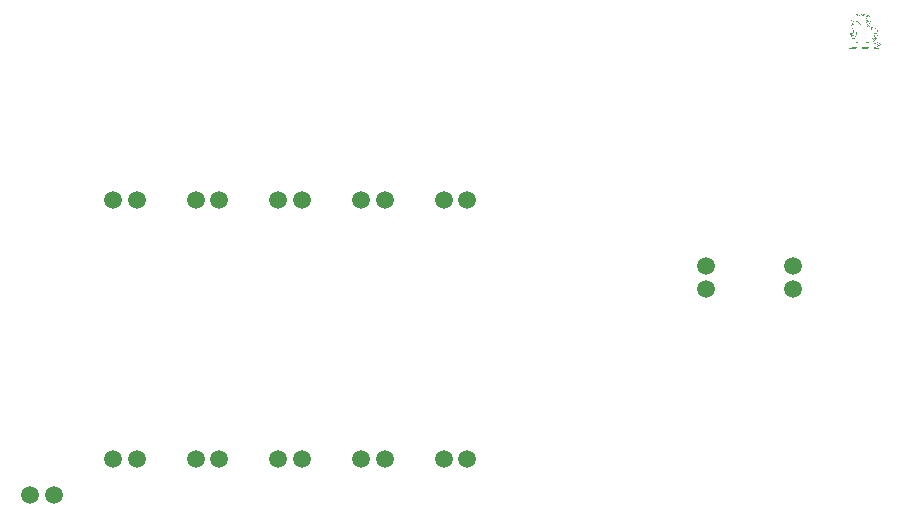
<source format=gbr>
%TF.GenerationSoftware,KiCad,Pcbnew,7.0.1*%
%TF.CreationDate,2023-07-03T20:41:51-04:00*%
%TF.ProjectId,business_card,62757369-6e65-4737-935f-636172642e6b,rev?*%
%TF.SameCoordinates,Original*%
%TF.FileFunction,Soldermask,Bot*%
%TF.FilePolarity,Negative*%
%FSLAX46Y46*%
G04 Gerber Fmt 4.6, Leading zero omitted, Abs format (unit mm)*
G04 Created by KiCad (PCBNEW 7.0.1) date 2023-07-03 20:41:51*
%MOMM*%
%LPD*%
G01*
G04 APERTURE LIST*
%ADD10C,1.500000*%
G04 APERTURE END LIST*
%TO.C,G\u002A\u002A\u002A*%
G36*
X122665485Y-38394814D02*
G01*
X122757522Y-38395030D01*
X122841819Y-38395380D01*
X122917179Y-38395852D01*
X122982408Y-38396431D01*
X123036310Y-38397104D01*
X123077690Y-38397859D01*
X123105353Y-38398681D01*
X123118104Y-38399558D01*
X123114748Y-38400477D01*
X123112156Y-38400669D01*
X123083527Y-38402012D01*
X123040256Y-38403184D01*
X122984473Y-38404183D01*
X122918306Y-38405007D01*
X122843885Y-38405656D01*
X122763340Y-38406130D01*
X122678801Y-38406426D01*
X122592397Y-38406544D01*
X122506257Y-38406483D01*
X122422512Y-38406242D01*
X122343291Y-38405820D01*
X122270723Y-38405215D01*
X122206938Y-38404428D01*
X122154066Y-38403457D01*
X122114236Y-38402300D01*
X122089578Y-38400958D01*
X122084993Y-38400223D01*
X122091979Y-38399191D01*
X122114283Y-38398231D01*
X122150722Y-38397358D01*
X122200115Y-38396586D01*
X122261279Y-38395931D01*
X122333031Y-38395405D01*
X122414191Y-38395023D01*
X122503574Y-38394801D01*
X122600000Y-38394752D01*
X122665485Y-38394814D01*
G37*
G36*
X122223456Y-38347271D02*
G01*
X122342610Y-38347498D01*
X122467763Y-38347848D01*
X122597837Y-38348323D01*
X122691073Y-38348725D01*
X122812134Y-38349322D01*
X122925212Y-38349965D01*
X123029459Y-38350644D01*
X123124028Y-38351352D01*
X123208072Y-38352079D01*
X123280744Y-38352817D01*
X123341197Y-38353557D01*
X123388582Y-38354289D01*
X123422055Y-38355006D01*
X123440766Y-38355698D01*
X123443869Y-38356357D01*
X123430518Y-38356974D01*
X123401524Y-38357559D01*
X123353641Y-38358162D01*
X123291411Y-38358694D01*
X123216408Y-38359150D01*
X123130206Y-38359525D01*
X123034377Y-38359816D01*
X122930496Y-38360017D01*
X122820134Y-38360124D01*
X122704867Y-38360131D01*
X122586266Y-38360035D01*
X122465906Y-38359830D01*
X122328770Y-38359539D01*
X122202163Y-38359274D01*
X122090924Y-38359037D01*
X121994066Y-38358819D01*
X121910605Y-38358609D01*
X121839553Y-38358397D01*
X121779924Y-38358172D01*
X121730733Y-38357924D01*
X121690993Y-38357643D01*
X121659719Y-38357318D01*
X121635923Y-38356940D01*
X121618619Y-38356497D01*
X121606823Y-38355979D01*
X121599547Y-38355377D01*
X121595805Y-38354680D01*
X121594611Y-38353877D01*
X121594979Y-38352958D01*
X121595923Y-38351914D01*
X121596457Y-38350732D01*
X121598603Y-38350316D01*
X121615331Y-38349556D01*
X121647747Y-38348896D01*
X121694773Y-38348337D01*
X121755332Y-38347883D01*
X121828348Y-38347536D01*
X121912746Y-38347299D01*
X122007447Y-38347174D01*
X122111376Y-38347164D01*
X122223456Y-38347271D01*
G37*
G36*
X122644416Y-38296930D02*
G01*
X122826878Y-38297016D01*
X122994440Y-38297219D01*
X123146884Y-38297536D01*
X123283991Y-38297967D01*
X123405543Y-38298510D01*
X123511322Y-38299163D01*
X123601108Y-38299925D01*
X123674685Y-38300794D01*
X123731832Y-38301769D01*
X123772333Y-38302848D01*
X123795969Y-38304030D01*
X123802520Y-38305313D01*
X123801472Y-38305637D01*
X123786594Y-38306869D01*
X123754905Y-38308009D01*
X123706800Y-38309053D01*
X123642672Y-38309999D01*
X123562913Y-38310844D01*
X123467918Y-38311585D01*
X123358079Y-38312220D01*
X123233790Y-38312745D01*
X123095444Y-38313159D01*
X122943435Y-38313457D01*
X122778156Y-38313639D01*
X122600000Y-38313700D01*
X122554104Y-38313696D01*
X122379143Y-38313604D01*
X122217156Y-38313393D01*
X122068539Y-38313066D01*
X121933684Y-38312624D01*
X121812984Y-38312071D01*
X121706833Y-38311409D01*
X121615624Y-38310642D01*
X121539751Y-38309771D01*
X121479606Y-38308800D01*
X121435584Y-38307732D01*
X121408077Y-38306569D01*
X121397479Y-38305313D01*
X121397466Y-38305007D01*
X121407999Y-38303747D01*
X121435564Y-38302589D01*
X121479945Y-38301534D01*
X121540922Y-38300583D01*
X121618277Y-38299739D01*
X121711791Y-38299002D01*
X121821247Y-38298374D01*
X121946425Y-38297857D01*
X122087108Y-38297453D01*
X122243077Y-38297162D01*
X122414114Y-38296986D01*
X122600000Y-38296927D01*
X122644416Y-38296930D01*
G37*
G36*
X123692189Y-38253450D02*
G01*
X123765514Y-38253986D01*
X123822543Y-38255124D01*
X123863026Y-38256854D01*
X123886714Y-38259169D01*
X123893358Y-38262057D01*
X123890780Y-38263358D01*
X123873006Y-38265902D01*
X123839473Y-38267947D01*
X123791244Y-38269456D01*
X123729379Y-38270389D01*
X123654939Y-38270709D01*
X123624171Y-38270662D01*
X123553118Y-38270107D01*
X123496695Y-38268945D01*
X123455568Y-38267199D01*
X123430403Y-38264895D01*
X123421866Y-38262057D01*
X123423516Y-38260763D01*
X123439427Y-38258177D01*
X123471706Y-38256125D01*
X123519705Y-38254630D01*
X123582780Y-38253716D01*
X123660286Y-38253406D01*
X123692189Y-38253450D01*
G37*
G36*
X122668262Y-38253410D02*
G01*
X122756546Y-38253711D01*
X122829791Y-38254485D01*
X122887546Y-38255720D01*
X122929359Y-38257402D01*
X122954778Y-38259519D01*
X122963351Y-38262057D01*
X122963217Y-38262396D01*
X122952521Y-38264883D01*
X122925034Y-38266946D01*
X122881211Y-38268573D01*
X122821501Y-38269751D01*
X122746358Y-38270467D01*
X122656233Y-38270709D01*
X122644203Y-38270705D01*
X122555920Y-38270403D01*
X122482675Y-38269629D01*
X122424920Y-38268395D01*
X122383107Y-38266713D01*
X122357688Y-38264596D01*
X122349114Y-38262057D01*
X122349248Y-38261718D01*
X122359945Y-38259232D01*
X122387431Y-38257168D01*
X122431255Y-38255541D01*
X122490965Y-38254364D01*
X122566108Y-38253648D01*
X122656233Y-38253406D01*
X122668262Y-38253410D01*
G37*
G36*
X121638097Y-38253417D02*
G01*
X121726662Y-38253749D01*
X121800096Y-38254541D01*
X121857966Y-38255779D01*
X121899838Y-38257453D01*
X121925279Y-38259549D01*
X121933855Y-38262057D01*
X121933633Y-38262490D01*
X121922324Y-38264950D01*
X121894232Y-38266990D01*
X121849802Y-38268598D01*
X121789478Y-38269762D01*
X121713703Y-38270470D01*
X121622922Y-38270709D01*
X121602297Y-38270697D01*
X121516286Y-38270352D01*
X121444022Y-38269543D01*
X121386215Y-38268290D01*
X121343576Y-38266612D01*
X121316815Y-38264528D01*
X121306642Y-38262057D01*
X121306586Y-38261622D01*
X121316215Y-38259131D01*
X121342948Y-38257082D01*
X121386617Y-38255481D01*
X121447056Y-38254331D01*
X121524097Y-38253638D01*
X121617575Y-38253406D01*
X121638097Y-38253417D01*
G37*
G36*
X123706911Y-38202766D02*
G01*
X123758670Y-38203330D01*
X123805157Y-38204333D01*
X123843543Y-38205780D01*
X123871002Y-38207674D01*
X123884707Y-38210019D01*
X123883606Y-38211832D01*
X123867634Y-38213845D01*
X123836612Y-38215535D01*
X123791791Y-38216854D01*
X123734421Y-38217755D01*
X123665753Y-38218193D01*
X123616875Y-38218190D01*
X123553217Y-38217702D01*
X123501916Y-38216668D01*
X123464206Y-38215131D01*
X123441323Y-38213129D01*
X123434502Y-38210702D01*
X123443974Y-38208359D01*
X123467992Y-38206379D01*
X123503701Y-38204813D01*
X123548275Y-38203664D01*
X123598886Y-38202937D01*
X123652708Y-38202636D01*
X123706911Y-38202766D01*
G37*
G36*
X122727544Y-38201671D02*
G01*
X122786672Y-38202183D01*
X122840882Y-38203055D01*
X122887699Y-38204288D01*
X122924646Y-38205881D01*
X122949247Y-38207835D01*
X122959026Y-38210150D01*
X122959048Y-38210189D01*
X122951951Y-38212795D01*
X122927736Y-38214931D01*
X122886581Y-38216591D01*
X122828661Y-38217771D01*
X122754152Y-38218465D01*
X122663232Y-38218669D01*
X122652792Y-38218661D01*
X122565435Y-38218342D01*
X122494189Y-38217574D01*
X122439293Y-38216364D01*
X122400982Y-38214718D01*
X122379495Y-38212645D01*
X122375068Y-38210150D01*
X122383982Y-38208190D01*
X122408193Y-38206177D01*
X122444820Y-38204524D01*
X122491389Y-38203232D01*
X122545422Y-38202301D01*
X122604443Y-38201730D01*
X122665976Y-38201520D01*
X122727544Y-38201671D01*
G37*
G36*
X121679540Y-38201697D02*
G01*
X121739210Y-38202231D01*
X121793776Y-38203115D01*
X121840800Y-38204349D01*
X121877843Y-38205933D01*
X121902465Y-38207866D01*
X121912227Y-38210150D01*
X121912314Y-38210419D01*
X121903771Y-38212956D01*
X121878117Y-38215034D01*
X121835522Y-38216649D01*
X121776155Y-38217797D01*
X121700185Y-38218471D01*
X121607782Y-38218669D01*
X121588922Y-38218652D01*
X121501560Y-38218303D01*
X121430291Y-38217518D01*
X121375356Y-38216303D01*
X121336997Y-38214665D01*
X121315454Y-38212612D01*
X121310967Y-38210150D01*
X121311182Y-38210025D01*
X121323865Y-38207760D01*
X121350957Y-38205844D01*
X121390021Y-38204278D01*
X121438618Y-38203062D01*
X121494307Y-38202196D01*
X121554650Y-38201680D01*
X121617207Y-38201513D01*
X121679540Y-38201697D01*
G37*
G36*
X123675000Y-38159398D02*
G01*
X123719147Y-38160457D01*
X123756433Y-38162060D01*
X123783801Y-38164205D01*
X123798195Y-38166894D01*
X123799175Y-38167595D01*
X123792062Y-38169898D01*
X123769468Y-38171849D01*
X123732814Y-38173383D01*
X123683520Y-38174434D01*
X123623007Y-38174937D01*
X123560151Y-38174817D01*
X123504658Y-38173933D01*
X123464012Y-38172295D01*
X123439027Y-38169938D01*
X123430518Y-38166894D01*
X123437195Y-38164442D01*
X123458324Y-38162244D01*
X123490930Y-38160589D01*
X123531957Y-38159477D01*
X123578349Y-38158907D01*
X123627049Y-38158881D01*
X123675000Y-38159398D01*
G37*
G36*
X122765589Y-38158512D02*
G01*
X122838643Y-38159269D01*
X122896282Y-38160499D01*
X122938035Y-38162189D01*
X122963432Y-38164325D01*
X122972003Y-38166894D01*
X122971987Y-38167011D01*
X122962694Y-38169562D01*
X122936593Y-38171680D01*
X122894157Y-38173350D01*
X122835855Y-38174560D01*
X122762157Y-38175297D01*
X122673535Y-38175545D01*
X122669480Y-38175545D01*
X122581482Y-38175275D01*
X122508428Y-38174519D01*
X122450789Y-38173289D01*
X122409035Y-38171599D01*
X122383638Y-38169463D01*
X122375068Y-38166894D01*
X122375084Y-38166776D01*
X122384377Y-38164226D01*
X122410477Y-38162108D01*
X122452914Y-38160437D01*
X122511216Y-38159227D01*
X122584913Y-38158491D01*
X122673535Y-38158243D01*
X122677590Y-38158243D01*
X122765589Y-38158512D01*
G37*
G36*
X121714083Y-38158872D02*
G01*
X121770634Y-38159288D01*
X121822608Y-38160073D01*
X121867462Y-38161226D01*
X121902651Y-38162747D01*
X121925630Y-38164636D01*
X121933855Y-38166894D01*
X121928383Y-38169049D01*
X121906362Y-38171293D01*
X121867936Y-38173018D01*
X121813601Y-38174210D01*
X121743850Y-38174855D01*
X121659179Y-38174937D01*
X121632949Y-38174851D01*
X121564276Y-38174326D01*
X121505757Y-38173420D01*
X121458821Y-38172180D01*
X121424897Y-38170649D01*
X121405415Y-38168872D01*
X121401805Y-38166894D01*
X121403832Y-38166271D01*
X121421170Y-38164109D01*
X121451744Y-38162316D01*
X121493008Y-38160890D01*
X121542419Y-38159833D01*
X121597431Y-38159145D01*
X121655501Y-38158824D01*
X121714083Y-38158872D01*
G37*
G36*
X123524991Y-38115432D02*
G01*
X123555936Y-38116849D01*
X123580749Y-38119584D01*
X123594891Y-38123638D01*
X123596612Y-38126097D01*
X123587304Y-38129447D01*
X123561650Y-38131449D01*
X123519193Y-38132156D01*
X123497526Y-38131985D01*
X123461891Y-38130481D01*
X123438759Y-38127622D01*
X123430518Y-38123638D01*
X123430709Y-38122946D01*
X123440774Y-38119090D01*
X123462870Y-38116553D01*
X123492455Y-38115333D01*
X123524991Y-38115432D01*
G37*
G36*
X122702828Y-38115130D02*
G01*
X122790187Y-38115463D01*
X122861443Y-38116239D01*
X122916356Y-38117451D01*
X122954688Y-38119093D01*
X122976200Y-38121158D01*
X122980654Y-38123638D01*
X122979758Y-38124053D01*
X122965353Y-38126267D01*
X122937000Y-38128136D01*
X122897102Y-38129660D01*
X122848063Y-38130839D01*
X122792287Y-38131672D01*
X122732177Y-38132160D01*
X122670137Y-38132303D01*
X122608570Y-38132101D01*
X122549881Y-38131553D01*
X122496473Y-38130661D01*
X122450748Y-38129423D01*
X122415112Y-38127840D01*
X122391968Y-38125911D01*
X122383719Y-38123638D01*
X122383809Y-38123360D01*
X122394116Y-38120859D01*
X122421224Y-38118792D01*
X122464685Y-38117172D01*
X122524046Y-38116012D01*
X122598860Y-38115323D01*
X122688675Y-38115119D01*
X122702828Y-38115130D01*
G37*
G36*
X121823594Y-38115188D02*
G01*
X121877890Y-38116178D01*
X121917921Y-38117950D01*
X121942681Y-38120454D01*
X121951158Y-38123638D01*
X121946348Y-38126063D01*
X121925512Y-38128716D01*
X121889080Y-38130670D01*
X121838019Y-38131876D01*
X121773297Y-38132289D01*
X121726113Y-38132100D01*
X121670162Y-38131146D01*
X121630374Y-38129406D01*
X121607122Y-38126897D01*
X121600783Y-38123638D01*
X121607401Y-38121225D01*
X121630099Y-38118612D01*
X121667269Y-38116650D01*
X121717315Y-38115415D01*
X121778644Y-38114986D01*
X121823594Y-38115188D01*
G37*
G36*
X124017103Y-38006976D02*
G01*
X124013149Y-38017068D01*
X123998838Y-38031680D01*
X123978240Y-38047600D01*
X123955424Y-38061617D01*
X123934458Y-38070521D01*
X123915715Y-38074358D01*
X123874574Y-38076646D01*
X123828272Y-38073547D01*
X123781294Y-38065889D01*
X123738122Y-38054498D01*
X123703240Y-38040200D01*
X123681132Y-38023822D01*
X123677033Y-38018650D01*
X123674460Y-38012927D01*
X123680833Y-38013272D01*
X123698369Y-38020157D01*
X123729288Y-38034051D01*
X123747565Y-38041654D01*
X123803246Y-38056819D01*
X123859634Y-38061797D01*
X123912898Y-38056823D01*
X123959205Y-38042128D01*
X123994726Y-38017944D01*
X124007622Y-38007680D01*
X124016384Y-38005871D01*
X124017103Y-38006976D01*
G37*
G36*
X122703200Y-38063081D02*
G01*
X122791343Y-38063366D01*
X122864494Y-38064132D01*
X122922192Y-38065364D01*
X122963976Y-38067050D01*
X122989384Y-38069177D01*
X122997956Y-38071730D01*
X122997896Y-38071960D01*
X122987898Y-38074478D01*
X122961103Y-38076568D01*
X122917970Y-38078217D01*
X122858962Y-38079411D01*
X122784540Y-38080137D01*
X122695163Y-38080382D01*
X122687127Y-38080380D01*
X122598983Y-38080094D01*
X122525832Y-38079329D01*
X122468134Y-38078096D01*
X122426351Y-38076410D01*
X122400942Y-38074284D01*
X122392370Y-38071730D01*
X122392431Y-38071501D01*
X122402429Y-38068982D01*
X122429224Y-38066892D01*
X122472356Y-38065244D01*
X122531364Y-38064050D01*
X122605787Y-38063324D01*
X122695163Y-38063079D01*
X122703200Y-38063081D01*
G37*
G36*
X121939995Y-38063998D02*
G01*
X121960580Y-38067122D01*
X121968460Y-38071730D01*
X121962947Y-38075637D01*
X121944202Y-38079068D01*
X121916553Y-38080382D01*
X121893111Y-38079463D01*
X121872526Y-38076338D01*
X121864646Y-38071730D01*
X121870159Y-38067823D01*
X121888904Y-38064392D01*
X121916553Y-38063079D01*
X121939995Y-38063998D01*
G37*
G36*
X123788526Y-37679287D02*
G01*
X123786807Y-37701768D01*
X123779922Y-37733932D01*
X123768829Y-37772172D01*
X123754485Y-37812879D01*
X123737850Y-37852448D01*
X123716182Y-37893604D01*
X123687135Y-37934494D01*
X123647971Y-37977184D01*
X123631849Y-37992738D01*
X123605825Y-38015477D01*
X123584720Y-38031026D01*
X123571995Y-38036672D01*
X123564675Y-38035929D01*
X123564101Y-38031748D01*
X123577511Y-38021532D01*
X123618662Y-37989034D01*
X123673648Y-37929485D01*
X123719162Y-37859857D01*
X123752883Y-37783912D01*
X123772489Y-37705415D01*
X123775245Y-37690845D01*
X123780740Y-37674410D01*
X123786003Y-37671098D01*
X123788526Y-37679287D01*
G37*
G36*
X122884731Y-38019826D02*
G01*
X122935744Y-38020483D01*
X122974087Y-38022213D01*
X122998221Y-38024912D01*
X123006608Y-38028474D01*
X122998325Y-38032072D01*
X122974377Y-38034801D01*
X122936393Y-38036525D01*
X122886001Y-38037125D01*
X122880565Y-38037118D01*
X122833368Y-38036392D01*
X122795860Y-38034593D01*
X122770574Y-38031896D01*
X122760048Y-38028474D01*
X122765798Y-38024783D01*
X122788198Y-38022056D01*
X122826683Y-38020388D01*
X122880654Y-38019823D01*
X122884731Y-38019826D01*
G37*
G36*
X121956770Y-38020858D02*
G01*
X121977818Y-38023953D01*
X121985763Y-38028474D01*
X121979034Y-38032665D01*
X121958915Y-38035903D01*
X121929530Y-38037125D01*
X121902289Y-38036090D01*
X121881242Y-38032995D01*
X121873297Y-38028474D01*
X121880026Y-38024283D01*
X121900145Y-38021045D01*
X121929530Y-38019823D01*
X121956770Y-38020858D01*
G37*
G36*
X124009920Y-37934307D02*
G01*
X124006881Y-37947781D01*
X123991631Y-37971181D01*
X123967101Y-37994232D01*
X123937294Y-38012618D01*
X123922556Y-38018723D01*
X123890346Y-38025737D01*
X123850099Y-38025677D01*
X123821708Y-38021801D01*
X123789600Y-38014240D01*
X123758615Y-38004469D01*
X123732710Y-37993910D01*
X123715841Y-37983983D01*
X123711967Y-37976107D01*
X123719481Y-37975346D01*
X123738605Y-37980574D01*
X123764474Y-37991061D01*
X123772093Y-37994375D01*
X123824216Y-38008685D01*
X123876100Y-38009929D01*
X123924306Y-37998830D01*
X123965396Y-37976109D01*
X123995933Y-37942487D01*
X123998054Y-37939154D01*
X124006921Y-37928853D01*
X124009920Y-37934307D01*
G37*
G36*
X123746621Y-37603039D02*
G01*
X123746485Y-37623359D01*
X123742162Y-37653633D01*
X123734416Y-37690611D01*
X123724012Y-37731044D01*
X123711714Y-37771683D01*
X123698287Y-37809278D01*
X123684496Y-37840580D01*
X123681680Y-37845817D01*
X123662303Y-37875162D01*
X123635975Y-37908489D01*
X123607550Y-37939556D01*
X123596793Y-37950006D01*
X123571370Y-37972364D01*
X123550295Y-37987786D01*
X123537296Y-37993416D01*
X123530321Y-37992724D01*
X123529576Y-37988652D01*
X123542984Y-37978725D01*
X123574950Y-37953338D01*
X123612596Y-37914754D01*
X123647010Y-37871303D01*
X123673050Y-37828906D01*
X123675398Y-37824147D01*
X123692021Y-37784894D01*
X123707709Y-37739421D01*
X123720876Y-37693208D01*
X123729938Y-37651736D01*
X123733311Y-37620483D01*
X123735788Y-37603397D01*
X123742064Y-37595913D01*
X123746621Y-37603039D01*
G37*
G36*
X122910467Y-37972272D02*
G01*
X122951524Y-37972944D01*
X122984776Y-37974363D01*
X123007057Y-37976350D01*
X123015202Y-37978730D01*
X123014029Y-37979629D01*
X123000238Y-37981830D01*
X122973369Y-37983604D01*
X122936498Y-37984787D01*
X122892700Y-37985218D01*
X122874756Y-37985148D01*
X122834300Y-37984405D01*
X122802560Y-37982981D01*
X122782397Y-37981036D01*
X122776674Y-37978730D01*
X122777695Y-37978160D01*
X122791788Y-37975841D01*
X122819002Y-37973961D01*
X122855933Y-37972701D01*
X122899176Y-37972241D01*
X122910467Y-37972272D01*
G37*
G36*
X121975749Y-37972736D02*
G01*
X121995341Y-37974707D01*
X122003065Y-37978130D01*
X122002960Y-37978544D01*
X121993379Y-37981922D01*
X121971306Y-37984312D01*
X121941065Y-37985218D01*
X121936421Y-37985201D01*
X121908325Y-37984233D01*
X121889975Y-37982075D01*
X121885146Y-37979137D01*
X121886069Y-37978450D01*
X121899447Y-37975073D01*
X121922433Y-37972964D01*
X121949656Y-37972170D01*
X121975749Y-37972736D01*
G37*
G36*
X123889813Y-37771026D02*
G01*
X123927652Y-37784276D01*
X123956106Y-37807148D01*
X123974233Y-37836610D01*
X123981090Y-37869634D01*
X123975736Y-37903189D01*
X123957229Y-37934245D01*
X123924627Y-37959772D01*
X123908367Y-37966767D01*
X123865908Y-37973978D01*
X123819143Y-37970113D01*
X123774095Y-37955347D01*
X123761540Y-37949037D01*
X123747173Y-37939774D01*
X123748186Y-37936098D01*
X123763794Y-37938354D01*
X123793209Y-37946892D01*
X123820680Y-37954262D01*
X123869642Y-37958163D01*
X123910969Y-37948446D01*
X123942822Y-37925374D01*
X123950501Y-37915790D01*
X123965551Y-37881923D01*
X123964081Y-37847391D01*
X123946015Y-37814839D01*
X123943709Y-37812191D01*
X123931438Y-37800431D01*
X123917473Y-37793928D01*
X123896617Y-37791151D01*
X123863669Y-37790565D01*
X123835052Y-37790220D01*
X123817072Y-37788675D01*
X123811852Y-37785371D01*
X123816992Y-37779751D01*
X123819217Y-37778335D01*
X123839426Y-37771654D01*
X123865301Y-37768937D01*
X123889813Y-37771026D01*
G37*
G36*
X123697997Y-37541085D02*
G01*
X123697923Y-37560072D01*
X123695355Y-37595539D01*
X123686257Y-37664427D01*
X123664312Y-37750065D01*
X123631344Y-37823166D01*
X123586987Y-37884490D01*
X123530872Y-37934795D01*
X123510287Y-37948516D01*
X123493683Y-37956999D01*
X123486513Y-37957648D01*
X123490753Y-37950421D01*
X123508379Y-37935277D01*
X123544310Y-37905249D01*
X123594482Y-37850345D01*
X123632394Y-37788105D01*
X123659554Y-37715816D01*
X123677468Y-37630766D01*
X123679407Y-37618023D01*
X123686283Y-37577046D01*
X123691875Y-37550167D01*
X123695881Y-37537982D01*
X123697997Y-37541085D01*
G37*
G36*
X122945122Y-37925207D02*
G01*
X122982954Y-37926914D01*
X123006900Y-37929657D01*
X123015259Y-37933311D01*
X123007873Y-37936767D01*
X122984829Y-37939569D01*
X122947794Y-37941343D01*
X122898467Y-37941962D01*
X122851813Y-37941415D01*
X122813980Y-37939708D01*
X122790035Y-37936965D01*
X122781676Y-37933311D01*
X122789062Y-37929855D01*
X122812105Y-37927052D01*
X122849140Y-37925279D01*
X122898467Y-37924660D01*
X122945122Y-37925207D01*
G37*
G36*
X121990970Y-37925793D02*
G01*
X122012372Y-37928863D01*
X122020368Y-37933311D01*
X122020292Y-37933761D01*
X122010797Y-37938008D01*
X121987855Y-37940896D01*
X121954973Y-37941962D01*
X121920721Y-37940969D01*
X121899898Y-37938019D01*
X121894925Y-37933311D01*
X121895025Y-37933163D01*
X121906225Y-37928874D01*
X121929633Y-37925822D01*
X121960320Y-37924660D01*
X121990970Y-37925793D01*
G37*
G36*
X123644150Y-37513652D02*
G01*
X123643719Y-37533751D01*
X123642155Y-37569959D01*
X123640455Y-37597684D01*
X123629259Y-37680213D01*
X123608995Y-37749942D01*
X123578991Y-37808744D01*
X123538574Y-37858493D01*
X123521538Y-37874339D01*
X123494766Y-37895791D01*
X123472382Y-37910032D01*
X123451119Y-37919778D01*
X123433522Y-37925469D01*
X123430410Y-37922678D01*
X123442021Y-37912328D01*
X123468593Y-37895339D01*
X123476441Y-37890568D01*
X123529748Y-37846885D01*
X123571784Y-37790344D01*
X123602265Y-37721422D01*
X123620904Y-37640597D01*
X123625094Y-37612695D01*
X123631692Y-37570925D01*
X123637645Y-37535354D01*
X123641002Y-37517120D01*
X123643294Y-37508496D01*
X123644150Y-37513652D01*
G37*
G36*
X123893655Y-37875565D02*
G01*
X123915756Y-37885724D01*
X123923638Y-37902166D01*
X123921929Y-37905238D01*
X123913256Y-37900436D01*
X123910813Y-37898624D01*
X123893544Y-37893364D01*
X123868242Y-37890640D01*
X123841178Y-37890555D01*
X123818622Y-37893209D01*
X123806846Y-37898706D01*
X123801681Y-37904154D01*
X123790769Y-37906951D01*
X123785218Y-37900094D01*
X123791094Y-37891445D01*
X123809781Y-37882188D01*
X123836445Y-37875393D01*
X123866081Y-37872752D01*
X123893655Y-37875565D01*
G37*
G36*
X122945509Y-37881897D02*
G01*
X122983070Y-37883590D01*
X123006914Y-37886355D01*
X123015259Y-37890055D01*
X123008841Y-37893340D01*
X122986835Y-37896230D01*
X122950891Y-37898064D01*
X122902793Y-37898706D01*
X122860076Y-37898212D01*
X122822516Y-37896519D01*
X122798672Y-37893754D01*
X122790327Y-37890055D01*
X122796745Y-37886769D01*
X122818750Y-37883879D01*
X122854694Y-37882045D01*
X122902793Y-37881403D01*
X122945509Y-37881897D01*
G37*
G36*
X121999571Y-37882550D02*
G01*
X122021017Y-37885617D01*
X122029019Y-37890055D01*
X122029019Y-37890063D01*
X122020991Y-37894499D01*
X121999525Y-37897563D01*
X121968460Y-37898706D01*
X121968402Y-37898706D01*
X121937350Y-37897559D01*
X121915903Y-37894492D01*
X121907902Y-37890055D01*
X121907902Y-37890046D01*
X121915930Y-37885610D01*
X121937395Y-37882546D01*
X121968460Y-37881403D01*
X121968519Y-37881403D01*
X121999571Y-37882550D01*
G37*
G36*
X123592314Y-37528701D02*
G01*
X123593185Y-37548973D01*
X123591653Y-37583652D01*
X123590844Y-37594088D01*
X123579068Y-37665127D01*
X123557621Y-37730384D01*
X123527905Y-37787100D01*
X123491323Y-37832517D01*
X123449276Y-37863875D01*
X123447953Y-37864569D01*
X123421102Y-37876704D01*
X123402725Y-37881191D01*
X123395913Y-37877254D01*
X123396962Y-37875675D01*
X123408431Y-37867603D01*
X123428468Y-37856495D01*
X123428616Y-37856420D01*
X123476818Y-37822433D01*
X123517357Y-37774941D01*
X123548816Y-37716571D01*
X123569781Y-37649947D01*
X123578834Y-37577694D01*
X123579632Y-37564886D01*
X123583231Y-37540005D01*
X123588300Y-37525021D01*
X123589112Y-37524097D01*
X123592314Y-37528701D01*
G37*
G36*
X123880333Y-37823733D02*
G01*
X123905073Y-37832752D01*
X123913102Y-37837539D01*
X123915366Y-37841330D01*
X123904762Y-37842064D01*
X123879119Y-37840379D01*
X123861995Y-37839659D01*
X123832279Y-37841110D01*
X123811172Y-37845532D01*
X123796035Y-37851618D01*
X123787381Y-37854901D01*
X123787025Y-37854885D01*
X123785218Y-37847645D01*
X123785327Y-37846781D01*
X123794504Y-37838387D01*
X123814292Y-37829969D01*
X123838817Y-37823551D01*
X123862207Y-37821151D01*
X123880333Y-37823733D01*
G37*
G36*
X122945982Y-37829930D02*
G01*
X122983210Y-37831604D01*
X123006932Y-37834394D01*
X123015259Y-37838147D01*
X123008729Y-37841454D01*
X122986601Y-37844332D01*
X122950527Y-37846159D01*
X122902282Y-37846798D01*
X122861047Y-37846402D01*
X122822798Y-37844804D01*
X122800436Y-37842034D01*
X122794652Y-37838147D01*
X122803821Y-37834865D01*
X122827720Y-37832032D01*
X122863296Y-37830167D01*
X122907629Y-37829496D01*
X122945982Y-37829930D01*
G37*
G36*
X121977628Y-37829497D02*
G01*
X122008162Y-37830729D01*
X122031261Y-37833830D01*
X122041996Y-37838147D01*
X122037343Y-37842760D01*
X122016896Y-37845756D01*
X121981948Y-37846798D01*
X121978541Y-37846789D01*
X121946441Y-37845532D01*
X121924609Y-37842497D01*
X121916553Y-37838147D01*
X121924423Y-37833731D01*
X121945731Y-37830648D01*
X121976601Y-37829496D01*
X121977628Y-37829497D01*
G37*
G36*
X123540717Y-37564750D02*
G01*
X123539448Y-37592808D01*
X123538888Y-37598758D01*
X123524227Y-37673084D01*
X123496369Y-37736339D01*
X123455366Y-37788403D01*
X123432389Y-37808576D01*
X123410458Y-37823710D01*
X123395431Y-37829496D01*
X123385589Y-37827651D01*
X123382936Y-37820845D01*
X123384699Y-37818546D01*
X123397769Y-37812194D01*
X123401087Y-37811469D01*
X123416724Y-37803425D01*
X123437217Y-37789342D01*
X123448605Y-37779050D01*
X123473575Y-37746158D01*
X123495994Y-37703804D01*
X123513264Y-37657366D01*
X123522789Y-37612219D01*
X123524802Y-37596476D01*
X123529870Y-37569350D01*
X123534898Y-37554221D01*
X123538857Y-37552288D01*
X123540717Y-37564750D01*
G37*
G36*
X122945509Y-37786734D02*
G01*
X122983070Y-37788426D01*
X123006914Y-37791191D01*
X123015259Y-37794891D01*
X123008841Y-37798177D01*
X122986835Y-37801066D01*
X122950891Y-37802900D01*
X122902793Y-37803542D01*
X122860076Y-37803049D01*
X122822516Y-37801356D01*
X122798672Y-37798591D01*
X122790327Y-37794891D01*
X122796745Y-37791605D01*
X122818750Y-37788716D01*
X122854694Y-37786882D01*
X122902793Y-37786240D01*
X122945509Y-37786734D01*
G37*
G36*
X121993280Y-37786246D02*
G01*
X122025172Y-37787481D01*
X122046927Y-37790523D01*
X122054973Y-37794891D01*
X122054715Y-37795707D01*
X122043947Y-37799791D01*
X122019710Y-37802537D01*
X121985252Y-37803542D01*
X121982703Y-37803539D01*
X121946989Y-37802441D01*
X121925954Y-37799501D01*
X121920879Y-37794891D01*
X121921443Y-37794257D01*
X121934167Y-37790194D01*
X121958794Y-37787326D01*
X121990599Y-37786240D01*
X121993280Y-37786246D01*
G37*
G36*
X123476777Y-37570904D02*
G01*
X123473284Y-37580489D01*
X123461152Y-37597068D01*
X123443570Y-37620224D01*
X123414222Y-37674530D01*
X123398901Y-37729979D01*
X123396895Y-37741701D01*
X123391147Y-37761224D01*
X123384980Y-37768937D01*
X123380765Y-37763321D01*
X123380660Y-37745393D01*
X123384939Y-37719435D01*
X123392835Y-37689881D01*
X123403585Y-37661165D01*
X123410545Y-37647071D01*
X123427270Y-37619680D01*
X123445857Y-37594878D01*
X123462980Y-37576894D01*
X123475312Y-37569959D01*
X123476777Y-37570904D01*
G37*
G36*
X122902912Y-37742993D02*
G01*
X122943396Y-37743597D01*
X122976340Y-37745007D01*
X122998489Y-37747029D01*
X123006590Y-37749472D01*
X123004988Y-37750659D01*
X122990707Y-37752852D01*
X122964913Y-37754332D01*
X122931624Y-37755111D01*
X122894855Y-37755200D01*
X122858625Y-37754609D01*
X122826950Y-37753351D01*
X122803848Y-37751436D01*
X122793335Y-37748875D01*
X122793180Y-37748504D01*
X122801477Y-37746347D01*
X122823567Y-37744593D01*
X122856425Y-37743415D01*
X122897025Y-37742984D01*
X122902912Y-37742993D01*
G37*
G36*
X122005566Y-37743084D02*
G01*
X122034944Y-37744330D01*
X122054471Y-37746700D01*
X122060423Y-37749815D01*
X122058565Y-37751003D01*
X122043751Y-37753400D01*
X122018965Y-37754519D01*
X121989559Y-37754439D01*
X121960887Y-37753242D01*
X121938300Y-37751008D01*
X121927153Y-37747816D01*
X121927382Y-37746986D01*
X121938338Y-37744941D01*
X121961598Y-37743518D01*
X121993483Y-37742984D01*
X122005566Y-37743084D01*
G37*
G36*
X123481669Y-37635090D02*
G01*
X123477614Y-37644858D01*
X123468482Y-37666530D01*
X123456726Y-37694250D01*
X123445734Y-37717744D01*
X123436698Y-37732537D01*
X123432002Y-37734461D01*
X123431821Y-37724955D01*
X123437381Y-37702817D01*
X123447546Y-37676633D01*
X123459721Y-37652794D01*
X123471310Y-37637688D01*
X123479284Y-37632446D01*
X123481669Y-37635090D01*
G37*
G36*
X122931094Y-37691596D02*
G01*
X122966999Y-37693367D01*
X122991752Y-37696159D01*
X123002282Y-37699728D01*
X122999784Y-37702708D01*
X122981949Y-37705818D01*
X122948105Y-37707728D01*
X122898978Y-37708379D01*
X122859707Y-37707932D01*
X122822406Y-37706254D01*
X122798658Y-37703470D01*
X122790327Y-37699728D01*
X122794874Y-37696839D01*
X122814630Y-37693749D01*
X122848213Y-37691772D01*
X122893631Y-37691076D01*
X122931094Y-37691596D01*
G37*
G36*
X122009257Y-37691105D02*
G01*
X122042082Y-37692433D01*
X122064181Y-37695443D01*
X122072275Y-37699728D01*
X122072044Y-37700502D01*
X122061425Y-37704605D01*
X122037340Y-37707367D01*
X122003065Y-37708379D01*
X121996874Y-37708350D01*
X121964048Y-37707023D01*
X121941950Y-37704012D01*
X121933855Y-37699728D01*
X121934086Y-37698954D01*
X121944706Y-37694850D01*
X121968791Y-37692088D01*
X122003065Y-37691076D01*
X122009257Y-37691105D01*
G37*
G36*
X123389975Y-37597537D02*
G01*
X123387630Y-37609808D01*
X123378786Y-37630173D01*
X123374622Y-37638709D01*
X123364672Y-37662826D01*
X123360130Y-37679918D01*
X123360001Y-37681464D01*
X123358250Y-37687291D01*
X123355245Y-37676260D01*
X123355014Y-37666565D01*
X123359644Y-37644806D01*
X123368435Y-37621710D01*
X123378868Y-37603379D01*
X123388423Y-37595913D01*
X123389975Y-37597537D01*
G37*
G36*
X122927509Y-37648172D02*
G01*
X122965612Y-37649748D01*
X122987893Y-37652535D01*
X122993631Y-37656471D01*
X122986601Y-37659379D01*
X122964725Y-37662389D01*
X122931378Y-37664394D01*
X122889816Y-37665123D01*
X122856442Y-37664663D01*
X122821092Y-37662904D01*
X122796527Y-37660084D01*
X122786001Y-37656471D01*
X122788581Y-37653467D01*
X122806555Y-37650370D01*
X122840541Y-37648468D01*
X122889816Y-37647820D01*
X122927509Y-37648172D01*
G37*
G36*
X122017908Y-37647849D02*
G01*
X122050734Y-37649177D01*
X122072832Y-37652187D01*
X122080926Y-37656471D01*
X122080696Y-37657245D01*
X122070076Y-37661349D01*
X122045991Y-37664111D01*
X122011717Y-37665123D01*
X122005525Y-37665094D01*
X121972699Y-37663766D01*
X121950601Y-37660756D01*
X121942507Y-37656471D01*
X121942737Y-37655698D01*
X121953357Y-37651594D01*
X121977442Y-37648832D01*
X122011717Y-37647820D01*
X122017908Y-37647849D01*
G37*
G36*
X123341122Y-37607448D02*
G01*
X123342475Y-37610050D01*
X123335354Y-37613215D01*
X123330774Y-37612591D01*
X123329587Y-37607448D01*
X123330855Y-37606412D01*
X123341122Y-37607448D01*
G37*
G36*
X122909264Y-37596610D02*
G01*
X122941770Y-37598188D01*
X122966946Y-37600840D01*
X122980654Y-37604564D01*
X122981013Y-37607749D01*
X122966693Y-37610682D01*
X122935667Y-37612452D01*
X122887653Y-37613083D01*
X122850880Y-37612719D01*
X122813702Y-37611102D01*
X122789999Y-37608333D01*
X122781676Y-37604564D01*
X122788755Y-37601028D01*
X122809176Y-37598314D01*
X122838828Y-37596673D01*
X122873570Y-37596105D01*
X122909264Y-37596610D01*
G37*
G36*
X122020335Y-37595932D02*
G01*
X122051354Y-37597290D01*
X122074576Y-37600365D01*
X122085252Y-37604564D01*
X122085545Y-37605337D01*
X122077874Y-37609616D01*
X122054314Y-37612291D01*
X122016042Y-37613215D01*
X122009396Y-37613194D01*
X121973260Y-37611997D01*
X121952014Y-37609071D01*
X121946832Y-37604564D01*
X121947334Y-37603984D01*
X121959882Y-37599896D01*
X121984367Y-37597008D01*
X122016042Y-37595913D01*
X122020335Y-37595932D01*
G37*
G36*
X122903634Y-37552991D02*
G01*
X122940224Y-37554626D01*
X122963710Y-37557459D01*
X122972003Y-37561308D01*
X122968157Y-37564014D01*
X122949359Y-37567196D01*
X122916782Y-37569238D01*
X122872514Y-37569959D01*
X122841393Y-37569625D01*
X122804803Y-37567990D01*
X122781317Y-37565157D01*
X122773024Y-37561308D01*
X122776870Y-37558602D01*
X122795668Y-37555420D01*
X122828245Y-37553378D01*
X122872514Y-37552657D01*
X122903634Y-37552991D01*
G37*
G36*
X122031414Y-37552676D02*
G01*
X122067507Y-37553863D01*
X122088733Y-37556790D01*
X122093903Y-37561308D01*
X122092720Y-37562375D01*
X122078548Y-37566235D01*
X122052746Y-37568940D01*
X122019857Y-37569959D01*
X122014045Y-37569933D01*
X121981312Y-37568615D01*
X121959247Y-37565601D01*
X121951158Y-37561308D01*
X121951697Y-37560154D01*
X121963705Y-37556224D01*
X121989214Y-37553607D01*
X122025204Y-37552657D01*
X122031414Y-37552676D01*
G37*
G36*
X123681684Y-37399317D02*
G01*
X123668426Y-37413726D01*
X123650240Y-37431016D01*
X123603163Y-37465163D01*
X123544660Y-37497466D01*
X123478610Y-37525914D01*
X123408890Y-37548490D01*
X123403223Y-37549955D01*
X123378071Y-37555197D01*
X123353458Y-37558774D01*
X123332701Y-37560508D01*
X123319113Y-37560223D01*
X123316008Y-37557740D01*
X123326703Y-37552883D01*
X123345648Y-37547479D01*
X123375263Y-37539897D01*
X123408890Y-37531854D01*
X123420136Y-37529065D01*
X123478877Y-37509744D01*
X123541669Y-37482711D01*
X123601442Y-37451268D01*
X123651124Y-37418720D01*
X123657847Y-37413635D01*
X123677619Y-37398919D01*
X123685156Y-37394264D01*
X123681684Y-37399317D01*
G37*
G36*
X122898578Y-37509806D02*
G01*
X122932462Y-37511395D01*
X122953466Y-37514013D01*
X122959384Y-37517472D01*
X122959094Y-37517825D01*
X122947730Y-37521131D01*
X122924265Y-37523470D01*
X122892896Y-37524845D01*
X122857819Y-37525259D01*
X122823232Y-37524714D01*
X122793330Y-37523212D01*
X122772312Y-37520757D01*
X122764373Y-37517351D01*
X122771690Y-37514372D01*
X122793052Y-37511791D01*
X122825081Y-37510043D01*
X122864373Y-37509401D01*
X122898578Y-37509806D01*
G37*
G36*
X122032997Y-37509412D02*
G01*
X122067390Y-37510662D01*
X122090057Y-37513736D01*
X122098229Y-37518279D01*
X122098218Y-37518467D01*
X122089414Y-37522867D01*
X122065631Y-37525196D01*
X122029019Y-37525238D01*
X122019242Y-37524897D01*
X121988954Y-37522833D01*
X121967778Y-37519812D01*
X121959809Y-37516359D01*
X121960504Y-37515375D01*
X121972676Y-37512330D01*
X121996879Y-37510202D01*
X122029019Y-37509401D01*
X122032997Y-37509412D01*
G37*
G36*
X123756108Y-37254132D02*
G01*
X123741809Y-37273532D01*
X123716587Y-37303400D01*
X123675740Y-37344782D01*
X123602585Y-37402120D01*
X123520277Y-37450274D01*
X123433279Y-37486765D01*
X123346052Y-37509117D01*
X123332424Y-37511448D01*
X123311927Y-37515135D01*
X123302912Y-37517034D01*
X123302728Y-37517096D01*
X123300749Y-37511161D01*
X123301350Y-37510101D01*
X123313020Y-37504356D01*
X123336512Y-37496783D01*
X123367796Y-37488730D01*
X123454113Y-37462722D01*
X123546544Y-37419221D01*
X123632890Y-37360407D01*
X123714593Y-37285435D01*
X123734236Y-37265591D01*
X123752246Y-37249476D01*
X123759562Y-37245885D01*
X123756108Y-37254132D01*
G37*
G36*
X122880673Y-37457899D02*
G01*
X122915477Y-37459644D01*
X122939855Y-37462492D01*
X122950375Y-37466145D01*
X122948451Y-37468941D01*
X122931669Y-37472149D01*
X122898893Y-37474123D01*
X122850885Y-37474796D01*
X122817188Y-37474494D01*
X122779263Y-37472946D01*
X122757078Y-37470140D01*
X122751396Y-37466145D01*
X122757491Y-37463430D01*
X122778398Y-37460331D01*
X122810674Y-37458253D01*
X122850885Y-37457493D01*
X122880673Y-37457899D01*
G37*
G36*
X122037024Y-37457559D02*
G01*
X122068588Y-37459044D01*
X122091947Y-37462082D01*
X122102554Y-37466145D01*
X122102842Y-37466871D01*
X122095338Y-37471174D01*
X122071947Y-37473865D01*
X122033855Y-37474796D01*
X122023982Y-37474733D01*
X121990344Y-37473330D01*
X121967946Y-37470349D01*
X121959809Y-37466145D01*
X121960014Y-37465413D01*
X121970485Y-37461291D01*
X121994418Y-37458512D01*
X122028508Y-37457493D01*
X122037024Y-37457559D01*
G37*
G36*
X123792891Y-37092601D02*
G01*
X123782363Y-37120425D01*
X123761851Y-37155989D01*
X123733310Y-37196429D01*
X123698695Y-37238884D01*
X123659960Y-37280490D01*
X123616029Y-37321552D01*
X123541375Y-37377605D01*
X123462623Y-37419368D01*
X123376625Y-37448711D01*
X123367033Y-37451201D01*
X123327342Y-37460677D01*
X123301568Y-37464922D01*
X123287630Y-37464159D01*
X123283447Y-37458608D01*
X123286628Y-37455381D01*
X123302596Y-37449859D01*
X123327491Y-37445228D01*
X123347492Y-37441630D01*
X123395993Y-37427945D01*
X123449748Y-37407726D01*
X123502824Y-37383330D01*
X123549286Y-37357113D01*
X123574245Y-37340221D01*
X123650953Y-37275685D01*
X123717724Y-37199641D01*
X123771111Y-37115839D01*
X123781294Y-37097759D01*
X123790372Y-37084774D01*
X123793869Y-37084348D01*
X123792891Y-37092601D01*
G37*
G36*
X122869029Y-37414572D02*
G01*
X122905619Y-37416206D01*
X122929105Y-37419039D01*
X122937398Y-37422888D01*
X122933552Y-37425595D01*
X122914754Y-37428776D01*
X122882177Y-37430818D01*
X122837909Y-37431540D01*
X122806788Y-37431205D01*
X122770198Y-37429571D01*
X122746712Y-37426738D01*
X122738420Y-37422888D01*
X122742265Y-37420182D01*
X122761063Y-37417001D01*
X122793640Y-37414958D01*
X122837909Y-37414237D01*
X122869029Y-37414572D01*
G37*
G36*
X122043862Y-37414266D02*
G01*
X122076687Y-37415593D01*
X122098786Y-37418604D01*
X122106880Y-37422888D01*
X122106649Y-37423662D01*
X122096030Y-37427766D01*
X122071945Y-37430528D01*
X122037670Y-37431540D01*
X122031479Y-37431511D01*
X121998653Y-37430183D01*
X121976555Y-37427173D01*
X121968460Y-37422888D01*
X121968691Y-37422114D01*
X121979310Y-37418011D01*
X122003396Y-37415249D01*
X122037670Y-37414237D01*
X122043862Y-37414266D01*
G37*
G36*
X121313170Y-37291094D02*
G01*
X121334702Y-37305329D01*
X121358621Y-37321535D01*
X121434161Y-37361040D01*
X121517382Y-37387693D01*
X121610040Y-37401952D01*
X121713890Y-37404275D01*
X121750352Y-37403543D01*
X121782730Y-37403794D01*
X121804666Y-37405026D01*
X121812738Y-37407139D01*
X121812657Y-37407606D01*
X121803755Y-37412642D01*
X121784622Y-37416630D01*
X121751348Y-37419843D01*
X121654341Y-37420324D01*
X121555631Y-37409020D01*
X121462582Y-37386620D01*
X121432846Y-37375362D01*
X121396674Y-37358147D01*
X121360988Y-37338248D01*
X121329659Y-37318002D01*
X121306558Y-37299745D01*
X121295555Y-37285813D01*
X121299093Y-37284203D01*
X121313170Y-37291094D01*
G37*
G36*
X123798206Y-36951397D02*
G01*
X123796160Y-36961738D01*
X123784331Y-36998569D01*
X123765299Y-37043172D01*
X123741299Y-37090982D01*
X123714563Y-37137436D01*
X123687326Y-37177969D01*
X123674207Y-37194863D01*
X123610897Y-37260849D01*
X123536054Y-37318482D01*
X123453761Y-37364954D01*
X123368103Y-37397457D01*
X123340819Y-37404509D01*
X123306979Y-37411003D01*
X123280458Y-37413506D01*
X123264368Y-37411779D01*
X123261819Y-37405586D01*
X123262095Y-37405188D01*
X123274410Y-37399346D01*
X123295419Y-37396935D01*
X123301184Y-37396682D01*
X123331778Y-37391296D01*
X123371202Y-37380239D01*
X123414227Y-37365287D01*
X123455623Y-37348216D01*
X123490160Y-37330801D01*
X123493500Y-37328854D01*
X123575872Y-37270777D01*
X123652812Y-37196675D01*
X123688258Y-37154202D01*
X123719539Y-37107867D01*
X123747237Y-37055164D01*
X123774516Y-36990736D01*
X123775420Y-36988423D01*
X123788257Y-36956727D01*
X123796006Y-36940535D01*
X123799158Y-36939031D01*
X123798206Y-36951397D01*
G37*
G36*
X122857607Y-37365708D02*
G01*
X122890046Y-37367356D01*
X122912014Y-37369721D01*
X122920095Y-37372545D01*
X122912918Y-37375181D01*
X122891684Y-37377492D01*
X122859775Y-37379057D01*
X122820606Y-37379632D01*
X122783601Y-37379091D01*
X122751164Y-37377490D01*
X122729198Y-37375084D01*
X122721117Y-37372130D01*
X122728296Y-37369369D01*
X122749531Y-37367012D01*
X122781440Y-37365488D01*
X122820606Y-37365042D01*
X122857607Y-37365708D01*
G37*
G36*
X122070718Y-37366520D02*
G01*
X122092876Y-37368562D01*
X122103251Y-37372109D01*
X122102993Y-37373400D01*
X122091965Y-37376584D01*
X122068650Y-37378801D01*
X122036739Y-37379632D01*
X122024374Y-37379535D01*
X121995532Y-37378379D01*
X121976843Y-37376195D01*
X121971879Y-37373330D01*
X121973260Y-37372384D01*
X121988049Y-37368915D01*
X122012855Y-37366747D01*
X122042228Y-37365932D01*
X122070718Y-37366520D01*
G37*
G36*
X123774616Y-36763808D02*
G01*
X123775362Y-36785225D01*
X123775314Y-36799421D01*
X123770380Y-36849739D01*
X123759304Y-36907396D01*
X123743399Y-36966362D01*
X123723983Y-37020606D01*
X123686814Y-37092899D01*
X123632260Y-37167231D01*
X123566305Y-37232996D01*
X123491522Y-37288021D01*
X123410487Y-37330130D01*
X123325773Y-37357146D01*
X123290457Y-37364353D01*
X123256913Y-37369295D01*
X123237680Y-37368990D01*
X123231539Y-37363521D01*
X123235812Y-37359938D01*
X123253096Y-37354750D01*
X123279126Y-37350468D01*
X123297981Y-37347780D01*
X123377987Y-37326424D01*
X123457056Y-37290020D01*
X123532140Y-37240198D01*
X123600192Y-37178590D01*
X123647918Y-37122083D01*
X123689939Y-37055922D01*
X123722756Y-36982156D01*
X123747662Y-36897833D01*
X123765950Y-36800000D01*
X123768038Y-36785747D01*
X123771593Y-36763065D01*
X123773572Y-36756087D01*
X123774616Y-36763808D01*
G37*
G36*
X121309855Y-37226549D02*
G01*
X121324397Y-37234490D01*
X121344784Y-37249239D01*
X121387119Y-37279336D01*
X121455735Y-37314752D01*
X121531528Y-37338261D01*
X121616822Y-37350509D01*
X121713937Y-37352144D01*
X121718118Y-37352010D01*
X121758377Y-37351235D01*
X121791197Y-37351515D01*
X121813294Y-37352765D01*
X121821390Y-37354900D01*
X121821309Y-37355392D01*
X121812407Y-37360645D01*
X121793273Y-37364723D01*
X121712369Y-37370402D01*
X121612799Y-37365564D01*
X121518395Y-37347918D01*
X121432882Y-37317947D01*
X121404752Y-37303675D01*
X121374415Y-37285565D01*
X121346066Y-37266397D01*
X121322987Y-37248539D01*
X121308460Y-37234358D01*
X121305768Y-37226225D01*
X121309855Y-37226549D01*
G37*
G36*
X122873219Y-37321243D02*
G01*
X122896449Y-37323818D01*
X122907118Y-37327725D01*
X122906140Y-37330120D01*
X122891416Y-37333434D01*
X122860651Y-37335339D01*
X122814628Y-37335768D01*
X122781851Y-37335260D01*
X122749845Y-37333680D01*
X122733686Y-37331144D01*
X122734094Y-37327725D01*
X122748512Y-37324250D01*
X122775076Y-37321502D01*
X122807842Y-37320084D01*
X122842120Y-37319998D01*
X122873219Y-37321243D01*
G37*
G36*
X122060643Y-37320095D02*
G01*
X122081640Y-37323194D01*
X122089578Y-37327725D01*
X122089576Y-37327782D01*
X122081391Y-37332197D01*
X122059768Y-37335242D01*
X122028508Y-37336376D01*
X121998233Y-37335496D01*
X121977647Y-37332539D01*
X121972786Y-37327725D01*
X121982183Y-37323585D01*
X122004323Y-37320323D01*
X122033855Y-37319074D01*
X122060643Y-37320095D01*
G37*
G36*
X123722764Y-36634457D02*
G01*
X123726836Y-36648229D01*
X123729490Y-36664740D01*
X123730699Y-36700899D01*
X123728898Y-36746549D01*
X123724504Y-36797227D01*
X123717936Y-36848473D01*
X123709613Y-36895822D01*
X123699953Y-36934814D01*
X123697459Y-36942794D01*
X123662116Y-37029521D01*
X123614243Y-37105736D01*
X123552022Y-37174382D01*
X123539534Y-37185871D01*
X123470468Y-37239739D01*
X123398538Y-37278565D01*
X123319996Y-37304024D01*
X123231095Y-37317791D01*
X123228358Y-37318032D01*
X123186253Y-37320977D01*
X123160578Y-37321315D01*
X123151508Y-37319457D01*
X123159214Y-37315814D01*
X123183868Y-37310795D01*
X123225644Y-37304812D01*
X123271889Y-37297989D01*
X123349558Y-37280218D01*
X123416598Y-37254840D01*
X123476879Y-37220224D01*
X123534271Y-37174740D01*
X123547518Y-37162376D01*
X123606860Y-37092874D01*
X123653514Y-37011745D01*
X123687404Y-36919181D01*
X123708457Y-36815372D01*
X123716600Y-36700511D01*
X123717296Y-36662499D01*
X123718332Y-36639867D01*
X123720042Y-36631094D01*
X123722764Y-36634457D01*
G37*
G36*
X121324539Y-37170752D02*
G01*
X121338991Y-37180191D01*
X121359639Y-37197109D01*
X121393033Y-37223653D01*
X121456850Y-37260469D01*
X121528636Y-37285046D01*
X121610313Y-37297960D01*
X121703808Y-37299785D01*
X121744872Y-37297864D01*
X121781725Y-37295235D01*
X121809286Y-37292282D01*
X121823552Y-37289356D01*
X121832466Y-37286878D01*
X121838692Y-37291685D01*
X121837306Y-37294457D01*
X121824261Y-37302107D01*
X121801924Y-37308987D01*
X121769767Y-37314045D01*
X121718340Y-37317321D01*
X121661604Y-37317038D01*
X121606078Y-37313273D01*
X121558285Y-37306104D01*
X121528079Y-37298400D01*
X121484041Y-37284030D01*
X121445819Y-37268399D01*
X121434347Y-37262633D01*
X121402557Y-37244002D01*
X121371622Y-37222718D01*
X121345109Y-37201546D01*
X121326586Y-37183249D01*
X121319618Y-37170593D01*
X121324539Y-37170752D01*
G37*
G36*
X122886624Y-37278394D02*
G01*
X122894142Y-37284469D01*
X122894140Y-37284576D01*
X122886411Y-37290614D01*
X122868188Y-37293120D01*
X122867865Y-37293119D01*
X122849752Y-37290543D01*
X122842234Y-37284469D01*
X122842236Y-37284361D01*
X122849965Y-37278323D01*
X122868188Y-37275818D01*
X122868511Y-37275818D01*
X122886624Y-37278394D01*
G37*
G36*
X122019474Y-37276038D02*
G01*
X122038646Y-37279051D01*
X122046321Y-37284469D01*
X122045439Y-37286408D01*
X122033386Y-37291201D01*
X122011717Y-37293120D01*
X122003960Y-37292899D01*
X121984787Y-37289886D01*
X121977112Y-37284469D01*
X121977994Y-37282530D01*
X121990047Y-37277736D01*
X122011717Y-37275818D01*
X122019474Y-37276038D01*
G37*
G36*
X123654048Y-36510488D02*
G01*
X123654273Y-36510698D01*
X123663891Y-36528785D01*
X123671504Y-36560705D01*
X123676981Y-36603160D01*
X123680193Y-36652852D01*
X123681009Y-36706485D01*
X123679298Y-36760759D01*
X123674931Y-36812378D01*
X123667778Y-36858044D01*
X123666016Y-36866453D01*
X123652873Y-36920335D01*
X123637495Y-36964734D01*
X123617096Y-37006514D01*
X123588894Y-37052540D01*
X123536880Y-37118851D01*
X123471306Y-37177704D01*
X123397249Y-37223169D01*
X123317080Y-37253493D01*
X123294200Y-37258387D01*
X123253418Y-37263714D01*
X123214237Y-37265614D01*
X123158004Y-37265200D01*
X123233222Y-37253451D01*
X123292679Y-37242440D01*
X123357059Y-37224420D01*
X123412136Y-37200145D01*
X123462291Y-37167593D01*
X123511905Y-37124741D01*
X123560432Y-37069566D01*
X123606327Y-36994510D01*
X123640353Y-36909613D01*
X123661907Y-36816871D01*
X123670390Y-36718281D01*
X123665197Y-36615842D01*
X123662727Y-36595802D01*
X123657816Y-36560343D01*
X123653279Y-36532629D01*
X123649854Y-36517389D01*
X123647713Y-36507291D01*
X123654048Y-36510488D01*
G37*
G36*
X121342117Y-37109428D02*
G01*
X121362261Y-37130322D01*
X121377562Y-37145977D01*
X121425035Y-37182110D01*
X121483372Y-37213359D01*
X121548042Y-37237120D01*
X121555613Y-37239219D01*
X121583503Y-37245129D01*
X121614321Y-37248208D01*
X121652823Y-37248760D01*
X121703764Y-37247089D01*
X121744201Y-37244905D01*
X121784013Y-37242071D01*
X121815575Y-37239096D01*
X121834366Y-37236353D01*
X121842130Y-37234714D01*
X121853511Y-37234284D01*
X121851048Y-37240316D01*
X121847311Y-37243159D01*
X121828864Y-37251066D01*
X121803467Y-37257755D01*
X121777843Y-37261622D01*
X121724464Y-37265289D01*
X121665517Y-37265252D01*
X121608152Y-37261608D01*
X121559519Y-37254455D01*
X121508439Y-37240209D01*
X121444694Y-37212210D01*
X121389744Y-37176058D01*
X121347660Y-37134068D01*
X121338255Y-37121350D01*
X121328898Y-37105255D01*
X121330591Y-37101177D01*
X121342117Y-37109428D01*
G37*
G36*
X121987679Y-37224240D02*
G01*
X121998740Y-37232561D01*
X121999554Y-37237019D01*
X121990599Y-37241213D01*
X121984153Y-37240154D01*
X121977112Y-37232561D01*
X121977345Y-37230509D01*
X121985252Y-37223910D01*
X121987679Y-37224240D01*
G37*
G36*
X123572804Y-36418965D02*
G01*
X123580664Y-36430007D01*
X123591822Y-36453319D01*
X123602832Y-36482722D01*
X123611020Y-36509612D01*
X123629986Y-36602042D01*
X123636169Y-36695793D01*
X123630037Y-36788288D01*
X123612058Y-36876951D01*
X123582701Y-36959204D01*
X123542434Y-37032472D01*
X123491725Y-37094178D01*
X123444458Y-37134826D01*
X123378539Y-37175930D01*
X123310331Y-37202719D01*
X123288756Y-37207330D01*
X123261376Y-37211261D01*
X123233244Y-37214015D01*
X123208826Y-37215255D01*
X123192590Y-37214644D01*
X123189004Y-37211848D01*
X123189179Y-37211715D01*
X123199918Y-37208672D01*
X123222800Y-37204162D01*
X123253167Y-37199112D01*
X123253352Y-37199083D01*
X123328963Y-37179002D01*
X123400738Y-37143920D01*
X123465581Y-37096116D01*
X123520399Y-37037871D01*
X123562098Y-36971465D01*
X123575697Y-36940540D01*
X123599781Y-36862581D01*
X123614481Y-36777091D01*
X123619674Y-36688400D01*
X123615238Y-36600838D01*
X123601049Y-36518737D01*
X123576985Y-36446427D01*
X123569345Y-36427796D01*
X123567071Y-36416947D01*
X123572804Y-36418965D01*
G37*
G36*
X121356792Y-37048758D02*
G01*
X121370934Y-37065999D01*
X121382125Y-37080386D01*
X121432517Y-37127638D01*
X121495750Y-37164436D01*
X121570504Y-37189959D01*
X121595798Y-37194865D01*
X121653494Y-37199890D01*
X121716495Y-37199172D01*
X121777615Y-37192946D01*
X121829669Y-37181449D01*
X121829957Y-37181359D01*
X121858416Y-37173091D01*
X121879551Y-37168051D01*
X121888806Y-37167326D01*
X121889324Y-37168199D01*
X121883289Y-37175098D01*
X121865179Y-37184388D01*
X121838913Y-37194322D01*
X121808413Y-37203154D01*
X121765018Y-37210269D01*
X121711573Y-37213760D01*
X121654999Y-37213590D01*
X121601979Y-37209781D01*
X121559199Y-37202354D01*
X121540499Y-37196903D01*
X121501578Y-37183049D01*
X121467776Y-37168228D01*
X121448366Y-37156390D01*
X121420613Y-37134769D01*
X121392987Y-37109234D01*
X121368959Y-37083303D01*
X121351997Y-37060495D01*
X121345572Y-37044326D01*
X121347586Y-37041911D01*
X121356792Y-37048758D01*
G37*
G36*
X123468602Y-36339417D02*
G01*
X123486286Y-36359570D01*
X123506141Y-36390260D01*
X123526532Y-36428401D01*
X123545817Y-36470907D01*
X123562360Y-36514694D01*
X123574521Y-36556675D01*
X123580845Y-36592652D01*
X123585391Y-36651958D01*
X123585163Y-36716681D01*
X123580432Y-36781240D01*
X123571466Y-36840055D01*
X123558536Y-36887547D01*
X123534611Y-36944462D01*
X123494809Y-37013212D01*
X123447256Y-37068153D01*
X123390505Y-37110852D01*
X123323111Y-37142879D01*
X123321673Y-37143410D01*
X123289962Y-37153411D01*
X123260040Y-37160110D01*
X123235591Y-37163051D01*
X123220301Y-37161782D01*
X123217853Y-37155848D01*
X123220451Y-37153700D01*
X123236304Y-37148245D01*
X123260378Y-37144074D01*
X123279586Y-37140965D01*
X123336960Y-37121710D01*
X123394007Y-37088892D01*
X123446631Y-37044696D01*
X123478825Y-37008574D01*
X123520171Y-36944307D01*
X123549093Y-36871124D01*
X123566136Y-36787487D01*
X123571846Y-36691860D01*
X123571818Y-36683561D01*
X123564518Y-36588158D01*
X123544668Y-36501428D01*
X123512740Y-36424893D01*
X123469205Y-36360077D01*
X123463442Y-36352825D01*
X123454722Y-36338520D01*
X123455648Y-36332834D01*
X123468602Y-36339417D01*
G37*
G36*
X121602079Y-35610457D02*
G01*
X121597205Y-35625462D01*
X121587406Y-35651510D01*
X121575112Y-35681897D01*
X121564894Y-35706827D01*
X121546593Y-35756096D01*
X121533252Y-35801600D01*
X121524144Y-35847544D01*
X121518542Y-35898130D01*
X121515721Y-35957561D01*
X121514954Y-36030041D01*
X121515073Y-36081579D01*
X121515675Y-36126660D01*
X121517106Y-36160947D01*
X121519717Y-36187899D01*
X121523856Y-36210970D01*
X121529874Y-36233618D01*
X121538118Y-36259298D01*
X121541938Y-36270472D01*
X121557722Y-36311192D01*
X121576298Y-36349537D01*
X121599317Y-36387860D01*
X121628431Y-36428516D01*
X121665294Y-36473857D01*
X121711556Y-36526238D01*
X121768870Y-36588011D01*
X121817869Y-36641359D01*
X121866227Y-36698481D01*
X121903112Y-36748775D01*
X121929715Y-36794338D01*
X121947229Y-36837266D01*
X121956847Y-36879656D01*
X121959761Y-36923605D01*
X121954796Y-36987471D01*
X121938426Y-37042486D01*
X121909705Y-37086526D01*
X121867695Y-37121007D01*
X121811457Y-37147344D01*
X121785733Y-37155178D01*
X121757998Y-37159826D01*
X121724145Y-37161310D01*
X121678644Y-37160163D01*
X121659108Y-37159050D01*
X121615909Y-37154942D01*
X121576839Y-37149228D01*
X121548485Y-37142788D01*
X121509621Y-37127835D01*
X121457489Y-37097200D01*
X121415981Y-37059067D01*
X121387316Y-37015642D01*
X121373712Y-36969129D01*
X121372656Y-36958584D01*
X121373163Y-36937130D01*
X121380986Y-36920424D01*
X121399066Y-36900498D01*
X121416100Y-36885921D01*
X121461099Y-36863293D01*
X121514581Y-36854149D01*
X121574701Y-36858667D01*
X121639615Y-36877028D01*
X121664255Y-36887495D01*
X121712133Y-36915981D01*
X121747693Y-36949539D01*
X121769716Y-36986409D01*
X121776986Y-37024829D01*
X121768283Y-37063039D01*
X121750409Y-37084368D01*
X121720258Y-37100285D01*
X121682838Y-37109285D01*
X121642761Y-37110762D01*
X121604640Y-37104110D01*
X121573085Y-37088721D01*
X121557185Y-37075378D01*
X121536327Y-37052618D01*
X121522929Y-37031263D01*
X121520212Y-37015760D01*
X121521915Y-37013884D01*
X121530269Y-37019130D01*
X121542251Y-37035955D01*
X121543886Y-37038656D01*
X121573186Y-37071059D01*
X121612839Y-37090052D01*
X121663523Y-37095970D01*
X121676309Y-37095477D01*
X121717551Y-37087074D01*
X121745899Y-37069899D01*
X121761472Y-37046013D01*
X121764392Y-37017476D01*
X121754778Y-36986350D01*
X121732752Y-36954694D01*
X121698433Y-36924568D01*
X121651944Y-36898034D01*
X121630879Y-36889192D01*
X121577377Y-36873764D01*
X121527319Y-36868577D01*
X121482417Y-36872630D01*
X121444387Y-36884924D01*
X121414943Y-36904457D01*
X121395799Y-36930229D01*
X121388669Y-36961240D01*
X121395268Y-36996489D01*
X121417310Y-37034975D01*
X121427877Y-37047958D01*
X121476357Y-37091092D01*
X121536156Y-37121721D01*
X121607637Y-37139991D01*
X121691157Y-37146049D01*
X121701520Y-37145987D01*
X121768258Y-37141545D01*
X121821508Y-37129338D01*
X121863488Y-37108308D01*
X121896415Y-37077394D01*
X121922507Y-37035537D01*
X121927141Y-37025853D01*
X121939320Y-36994524D01*
X121945140Y-36963589D01*
X121946488Y-36924298D01*
X121945868Y-36904585D01*
X121941298Y-36868317D01*
X121931262Y-36832977D01*
X121914544Y-36796465D01*
X121889924Y-36756680D01*
X121856185Y-36711524D01*
X121812108Y-36658896D01*
X121756477Y-36596696D01*
X121748815Y-36588278D01*
X121708671Y-36543331D01*
X121670520Y-36499310D01*
X121636824Y-36459140D01*
X121610042Y-36425743D01*
X121592636Y-36402044D01*
X121578511Y-36379697D01*
X121537395Y-36295656D01*
X121509971Y-36203185D01*
X121496003Y-36101282D01*
X121495255Y-35988945D01*
X121495972Y-35975307D01*
X121502205Y-35901218D01*
X121512781Y-35835602D01*
X121529177Y-35771059D01*
X121552869Y-35700190D01*
X121556950Y-35689225D01*
X121569726Y-35657604D01*
X121582100Y-35630280D01*
X121592797Y-35609579D01*
X121600542Y-35597825D01*
X121604061Y-35597343D01*
X121602079Y-35610457D01*
G37*
G36*
X123310308Y-36302436D02*
G01*
X123364720Y-36322105D01*
X123414058Y-36357145D01*
X123457368Y-36406623D01*
X123493699Y-36469605D01*
X123522095Y-36545158D01*
X123526748Y-36564112D01*
X123533807Y-36612727D01*
X123537417Y-36669294D01*
X123537479Y-36727738D01*
X123533898Y-36781983D01*
X123526575Y-36825954D01*
X123518769Y-36853490D01*
X123490151Y-36923589D01*
X123452010Y-36985760D01*
X123406256Y-37037683D01*
X123354797Y-37077041D01*
X123299543Y-37101518D01*
X123269727Y-37108665D01*
X123247786Y-37109986D01*
X123240191Y-37103899D01*
X123240741Y-37102426D01*
X123251813Y-37096237D01*
X123272633Y-37091088D01*
X123273148Y-37091004D01*
X123328880Y-37073296D01*
X123381247Y-37040071D01*
X123428546Y-36993017D01*
X123469076Y-36933826D01*
X123501134Y-36864186D01*
X123512565Y-36819992D01*
X123519749Y-36763234D01*
X123522279Y-36700289D01*
X123520147Y-36636471D01*
X123513339Y-36577099D01*
X123501845Y-36527486D01*
X123489961Y-36495440D01*
X123459473Y-36436234D01*
X123421891Y-36385223D01*
X123380273Y-36346947D01*
X123378135Y-36345454D01*
X123335099Y-36325030D01*
X123285431Y-36315545D01*
X123235341Y-36317508D01*
X123191040Y-36331428D01*
X123160204Y-36351307D01*
X123118616Y-36393892D01*
X123084268Y-36450039D01*
X123075486Y-36466671D01*
X123065798Y-36480730D01*
X123060739Y-36482253D01*
X123060990Y-36474747D01*
X123068019Y-36454086D01*
X123081171Y-36426688D01*
X123098161Y-36397139D01*
X123116700Y-36370024D01*
X123138143Y-36348113D01*
X123178121Y-36322373D01*
X123224195Y-36304782D01*
X123270006Y-36298313D01*
X123310308Y-36302436D01*
G37*
G36*
X121549225Y-36573434D02*
G01*
X121568341Y-36594450D01*
X121571142Y-36597757D01*
X121591137Y-36620790D01*
X121618870Y-36652140D01*
X121651056Y-36688110D01*
X121684409Y-36725004D01*
X121702062Y-36744590D01*
X121745074Y-36794598D01*
X121777245Y-36836798D01*
X121800114Y-36873948D01*
X121815223Y-36908804D01*
X121824109Y-36944122D01*
X121828314Y-36982661D01*
X121828548Y-36986931D01*
X121829523Y-37022225D01*
X121828845Y-37052623D01*
X121826629Y-37071951D01*
X121823714Y-37082550D01*
X121818803Y-37093528D01*
X121816055Y-37088733D01*
X121815704Y-37069145D01*
X121817984Y-37035746D01*
X121819361Y-37012086D01*
X121818446Y-36972803D01*
X121813766Y-36941997D01*
X121813007Y-36939299D01*
X121794077Y-36894840D01*
X121760587Y-36841218D01*
X121712594Y-36778517D01*
X121650155Y-36706819D01*
X121639578Y-36695210D01*
X121608716Y-36660874D01*
X121581879Y-36630356D01*
X121561646Y-36606615D01*
X121550594Y-36592609D01*
X121544738Y-36583782D01*
X121536275Y-36567981D01*
X121538153Y-36564571D01*
X121549225Y-36573434D01*
G37*
G36*
X121564287Y-36962354D02*
G01*
X121609665Y-36979650D01*
X121652778Y-37009513D01*
X121669960Y-37025459D01*
X121685593Y-37042092D01*
X121691621Y-37051621D01*
X121691613Y-37052234D01*
X121687035Y-37059468D01*
X121675494Y-37053213D01*
X121659128Y-37034590D01*
X121635970Y-37011141D01*
X121597588Y-36988919D01*
X121554024Y-36976428D01*
X121510487Y-36975023D01*
X121472189Y-36986055D01*
X121459182Y-36992523D01*
X121444195Y-36998055D01*
X121443155Y-36994396D01*
X121456493Y-36981664D01*
X121479805Y-36967320D01*
X121519911Y-36958090D01*
X121564287Y-36962354D01*
G37*
G36*
X121589331Y-37023060D02*
G01*
X121609435Y-37037641D01*
X121615283Y-37042685D01*
X121625821Y-37054397D01*
X121625057Y-37059226D01*
X121623376Y-37059060D01*
X121608989Y-37052155D01*
X121590452Y-37038182D01*
X121583169Y-37031437D01*
X121573980Y-37020022D01*
X121576773Y-37017208D01*
X121589331Y-37023060D01*
G37*
G36*
X121477678Y-37031026D02*
G01*
X121483992Y-37043256D01*
X121483325Y-37046165D01*
X121475340Y-37046560D01*
X121473003Y-37044792D01*
X121466689Y-37032562D01*
X121467356Y-37029653D01*
X121475340Y-37029258D01*
X121477678Y-37031026D01*
G37*
G36*
X121517098Y-36448787D02*
G01*
X121531021Y-36464157D01*
X121549611Y-36487701D01*
X121559639Y-36500587D01*
X121584640Y-36531071D01*
X121616552Y-36568650D01*
X121652317Y-36609743D01*
X121688876Y-36650768D01*
X121711156Y-36675690D01*
X121745907Y-36715505D01*
X121777148Y-36752388D01*
X121802135Y-36783082D01*
X121818126Y-36804326D01*
X121837677Y-36837543D01*
X121860698Y-36891871D01*
X121876242Y-36948398D01*
X121881948Y-36999890D01*
X121880917Y-37025121D01*
X121877736Y-37039806D01*
X121873592Y-37038723D01*
X121869709Y-37022540D01*
X121867314Y-36991924D01*
X121865206Y-36962442D01*
X121858405Y-36925165D01*
X121845958Y-36888120D01*
X121826687Y-36849311D01*
X121799416Y-36806742D01*
X121762969Y-36758416D01*
X121716169Y-36702337D01*
X121657840Y-36636510D01*
X121610740Y-36583525D01*
X121566761Y-36531646D01*
X121535250Y-36491205D01*
X121516285Y-36462305D01*
X121509945Y-36445047D01*
X121510263Y-36444191D01*
X121517098Y-36448787D01*
G37*
G36*
X121549417Y-36911126D02*
G01*
X121594605Y-36919024D01*
X121635942Y-36933986D01*
X121660628Y-36947818D01*
X121690014Y-36969834D01*
X121710120Y-36991953D01*
X121717535Y-37010959D01*
X121716143Y-37012556D01*
X121706621Y-37007137D01*
X121691057Y-36992398D01*
X121680893Y-36982084D01*
X121637984Y-36949872D01*
X121589217Y-36931611D01*
X121530740Y-36925700D01*
X121510114Y-36926034D01*
X121474673Y-36929774D01*
X121454833Y-36937490D01*
X121444976Y-36943814D01*
X121435450Y-36944669D01*
X121435258Y-36944441D01*
X121438835Y-36936645D01*
X121452927Y-36925162D01*
X121468952Y-36917555D01*
X121505744Y-36910550D01*
X121549417Y-36911126D01*
G37*
G36*
X123320104Y-36493208D02*
G01*
X123351036Y-36511538D01*
X123381568Y-36540865D01*
X123408583Y-36578061D01*
X123428966Y-36619999D01*
X123432544Y-36630333D01*
X123444285Y-36674689D01*
X123453604Y-36725655D01*
X123459765Y-36777464D01*
X123462033Y-36824354D01*
X123459672Y-36860559D01*
X123459217Y-36863195D01*
X123456362Y-36876720D01*
X123454064Y-36879139D01*
X123451977Y-36868910D01*
X123449754Y-36844487D01*
X123447048Y-36804326D01*
X123444773Y-36772527D01*
X123438626Y-36716150D01*
X123429818Y-36670369D01*
X123417348Y-36630664D01*
X123400218Y-36592516D01*
X123387550Y-36570260D01*
X123360064Y-36535401D01*
X123330983Y-36512849D01*
X123302427Y-36503097D01*
X123276518Y-36506638D01*
X123255378Y-36523964D01*
X123241128Y-36555568D01*
X123233704Y-36584076D01*
X123225413Y-36615085D01*
X123220163Y-36632623D01*
X123217199Y-36638680D01*
X123215769Y-36635248D01*
X123215120Y-36624318D01*
X123216378Y-36599969D01*
X123223734Y-36563523D01*
X123235660Y-36529998D01*
X123250023Y-36506583D01*
X123265511Y-36495257D01*
X123297997Y-36488556D01*
X123320104Y-36493208D01*
G37*
G36*
X121489930Y-36295314D02*
G01*
X121499966Y-36311211D01*
X121513150Y-36337160D01*
X121515707Y-36342507D01*
X121539792Y-36386875D01*
X121570724Y-36434009D01*
X121610087Y-36486017D01*
X121659468Y-36545010D01*
X121720449Y-36613096D01*
X121731694Y-36625389D01*
X121765101Y-36662371D01*
X121795714Y-36696890D01*
X121820535Y-36725543D01*
X121836568Y-36744929D01*
X121837665Y-36746346D01*
X121856586Y-36774085D01*
X121875433Y-36806792D01*
X121891794Y-36839645D01*
X121903258Y-36867826D01*
X121907413Y-36886512D01*
X121906081Y-36888427D01*
X121900298Y-36879747D01*
X121891548Y-36859759D01*
X121891468Y-36859555D01*
X121880849Y-36835283D01*
X121867430Y-36810798D01*
X121849664Y-36784073D01*
X121826003Y-36753079D01*
X121794900Y-36715788D01*
X121754806Y-36670171D01*
X121704174Y-36614200D01*
X121700662Y-36610348D01*
X121662992Y-36568557D01*
X121628050Y-36528995D01*
X121598094Y-36494276D01*
X121575385Y-36467015D01*
X121562181Y-36449827D01*
X121559237Y-36445469D01*
X121537570Y-36410777D01*
X121517199Y-36374179D01*
X121500171Y-36339770D01*
X121488530Y-36311646D01*
X121484321Y-36293903D01*
X121484705Y-36291963D01*
X121489930Y-36295314D01*
G37*
G36*
X121593973Y-36702932D02*
G01*
X121607022Y-36715079D01*
X121626106Y-36735322D01*
X121649077Y-36761155D01*
X121673786Y-36790075D01*
X121698088Y-36819576D01*
X121719832Y-36847152D01*
X121736874Y-36870299D01*
X121747063Y-36886512D01*
X121747055Y-36890002D01*
X121736882Y-36880868D01*
X121716754Y-36859142D01*
X121687103Y-36825293D01*
X121648365Y-36779792D01*
X121632510Y-36760695D01*
X121611065Y-36733793D01*
X121595798Y-36713266D01*
X121589277Y-36702473D01*
X121589106Y-36701386D01*
X121593973Y-36702932D01*
G37*
G36*
X123311808Y-36441542D02*
G01*
X123354144Y-36456073D01*
X123396367Y-36485670D01*
X123399603Y-36488690D01*
X123428943Y-36524251D01*
X123455547Y-36569482D01*
X123475907Y-36617539D01*
X123486517Y-36661580D01*
X123490988Y-36700511D01*
X123479300Y-36661580D01*
X123463905Y-36616374D01*
X123436128Y-36558630D01*
X123402007Y-36513380D01*
X123359775Y-36477911D01*
X123359513Y-36477736D01*
X123317995Y-36457428D01*
X123280049Y-36453878D01*
X123246539Y-36466755D01*
X123218330Y-36495727D01*
X123196288Y-36540463D01*
X123179368Y-36588045D01*
X123183074Y-36550748D01*
X123189153Y-36519487D01*
X123208030Y-36481050D01*
X123236359Y-36454760D01*
X123271749Y-36441347D01*
X123311808Y-36441542D01*
G37*
G36*
X123336471Y-36399874D02*
G01*
X123378641Y-36415561D01*
X123414718Y-36440927D01*
X123441048Y-36475579D01*
X123443183Y-36481346D01*
X123437590Y-36480060D01*
X123420789Y-36465734D01*
X123411372Y-36457324D01*
X123361865Y-36424170D01*
X123307824Y-36406314D01*
X123280445Y-36404953D01*
X123240401Y-36415691D01*
X123204362Y-36439529D01*
X123175692Y-36473993D01*
X123157756Y-36516613D01*
X123151397Y-36531882D01*
X123144182Y-36535615D01*
X123143047Y-36534322D01*
X123143272Y-36521200D01*
X123150032Y-36499083D01*
X123161593Y-36472768D01*
X123176221Y-36447050D01*
X123179903Y-36441796D01*
X123209923Y-36414829D01*
X123248459Y-36399115D01*
X123291859Y-36394261D01*
X123336471Y-36399874D01*
G37*
G36*
X123296571Y-36349602D02*
G01*
X123306171Y-36352591D01*
X123312421Y-36355800D01*
X123304505Y-36357336D01*
X123280854Y-36358044D01*
X123269645Y-36358640D01*
X123238720Y-36363528D01*
X123214676Y-36371538D01*
X123206557Y-36376355D01*
X123180487Y-36397934D01*
X123154826Y-36426230D01*
X123134185Y-36455729D01*
X123123176Y-36480919D01*
X123120192Y-36490787D01*
X123112391Y-36503505D01*
X123105039Y-36505745D01*
X123101852Y-36495044D01*
X123102099Y-36492375D01*
X123109182Y-36472827D01*
X123123570Y-36446415D01*
X123141935Y-36418317D01*
X123160947Y-36393709D01*
X123177276Y-36377767D01*
X123187346Y-36371234D01*
X123224700Y-36354715D01*
X123263408Y-36346962D01*
X123296571Y-36349602D01*
G37*
G36*
X121746907Y-36470012D02*
G01*
X121752180Y-36484741D01*
X121751288Y-36490237D01*
X121743529Y-36497207D01*
X121738407Y-36493727D01*
X121734877Y-36479394D01*
X121736719Y-36469577D01*
X121743529Y-36466928D01*
X121746907Y-36470012D01*
G37*
G36*
X121723419Y-36307766D02*
G01*
X121722298Y-36333840D01*
X121718446Y-36373587D01*
X121711935Y-36425746D01*
X121710320Y-36435796D01*
X121705619Y-36453433D01*
X121700958Y-36458700D01*
X121698993Y-36450909D01*
X121699082Y-36430066D01*
X121701177Y-36401054D01*
X121704745Y-36368617D01*
X121709254Y-36337503D01*
X121714171Y-36312458D01*
X121718963Y-36298229D01*
X121721741Y-36296626D01*
X121723419Y-36307766D01*
G37*
G36*
X123000874Y-36259783D02*
G01*
X123030730Y-36277602D01*
X123051027Y-36305392D01*
X123058515Y-36341388D01*
X123056973Y-36365533D01*
X123045810Y-36400844D01*
X123021321Y-36434486D01*
X123005494Y-36448000D01*
X122991116Y-36453951D01*
X122988031Y-36452069D01*
X122992628Y-36440697D01*
X123009040Y-36420302D01*
X123026631Y-36399407D01*
X123042597Y-36372656D01*
X123046908Y-36347670D01*
X123041118Y-36319571D01*
X123038017Y-36311630D01*
X123016948Y-36284038D01*
X122986356Y-36268459D01*
X122950511Y-36267353D01*
X122928311Y-36274498D01*
X122902863Y-36296147D01*
X122888952Y-36330665D01*
X122887441Y-36340718D01*
X122890551Y-36360389D01*
X122905758Y-36379842D01*
X122913125Y-36386647D01*
X122938178Y-36400081D01*
X122963123Y-36396809D01*
X122989971Y-36376755D01*
X122996756Y-36370279D01*
X123009998Y-36360006D01*
X123015259Y-36359846D01*
X123008536Y-36375275D01*
X122990825Y-36392085D01*
X122967981Y-36405325D01*
X122945873Y-36410695D01*
X122919019Y-36407781D01*
X122893761Y-36393999D01*
X122878114Y-36367378D01*
X122874045Y-36348795D01*
X122877238Y-36314562D01*
X122892311Y-36284614D01*
X122917127Y-36264580D01*
X122925488Y-36261122D01*
X122964710Y-36253701D01*
X123000874Y-36259783D01*
G37*
G36*
X122736231Y-36353380D02*
G01*
X122743424Y-36375213D01*
X122746807Y-36385130D01*
X122757853Y-36410689D01*
X122768522Y-36427802D01*
X122776477Y-36437930D01*
X122781676Y-36448865D01*
X122780939Y-36451068D01*
X122771641Y-36452048D01*
X122769363Y-36451008D01*
X122756272Y-36437112D01*
X122743518Y-36413665D01*
X122734001Y-36386950D01*
X122730624Y-36363248D01*
X122731007Y-36354496D01*
X122732542Y-36346895D01*
X122736231Y-36353380D01*
G37*
G36*
X122930902Y-35549331D02*
G01*
X122995426Y-35571429D01*
X123050544Y-35605077D01*
X123094836Y-35649505D01*
X123126882Y-35703946D01*
X123145263Y-35767630D01*
X123145276Y-35767710D01*
X123147797Y-35836107D01*
X123133576Y-35904361D01*
X123103154Y-35971533D01*
X123057072Y-36036688D01*
X122995872Y-36098889D01*
X122920095Y-36157199D01*
X122891811Y-36176772D01*
X122857501Y-36202951D01*
X122833417Y-36225880D01*
X122816507Y-36248633D01*
X122803717Y-36274278D01*
X122797011Y-36293369D01*
X122791204Y-36341480D01*
X122801342Y-36386524D01*
X122827016Y-36425835D01*
X122828294Y-36427222D01*
X122837569Y-36440035D01*
X122836599Y-36445300D01*
X122824159Y-36439785D01*
X122807354Y-36422693D01*
X122791689Y-36398975D01*
X122781113Y-36373726D01*
X122777825Y-36356801D01*
X122779849Y-36311087D01*
X122795151Y-36263861D01*
X122822038Y-36219313D01*
X122858814Y-36181632D01*
X122873588Y-36170590D01*
X122899531Y-36152419D01*
X122928287Y-36133177D01*
X122940883Y-36124554D01*
X122983224Y-36090738D01*
X123025182Y-36051009D01*
X123061891Y-36010224D01*
X123088486Y-35973241D01*
X123107842Y-35935309D01*
X123127428Y-35872105D01*
X123132965Y-35808928D01*
X123125132Y-35748130D01*
X123104608Y-35692062D01*
X123072073Y-35643077D01*
X123028205Y-35603527D01*
X122973686Y-35575764D01*
X122950763Y-35569092D01*
X122898103Y-35560229D01*
X122838685Y-35556494D01*
X122778976Y-35558155D01*
X122725443Y-35565481D01*
X122699593Y-35570649D01*
X122672208Y-35574624D01*
X122659826Y-35573630D01*
X122661499Y-35567702D01*
X122664024Y-35566557D01*
X122680064Y-35562163D01*
X122707195Y-35555972D01*
X122741349Y-35548940D01*
X122779315Y-35542857D01*
X122858392Y-35539551D01*
X122930902Y-35549331D01*
G37*
G36*
X122694889Y-36381639D02*
G01*
X122702463Y-36394860D01*
X122709417Y-36411322D01*
X122712466Y-36424235D01*
X122712381Y-36424791D01*
X122704752Y-36427997D01*
X122698508Y-36422400D01*
X122691951Y-36406841D01*
X122688372Y-36389371D01*
X122690175Y-36378195D01*
X122694889Y-36381639D01*
G37*
G36*
X121700272Y-36134826D02*
G01*
X121700171Y-36137265D01*
X121698410Y-36155401D01*
X121694852Y-36185684D01*
X121690007Y-36224256D01*
X121684386Y-36267257D01*
X121678499Y-36310827D01*
X121672857Y-36351109D01*
X121667970Y-36384243D01*
X121664348Y-36406369D01*
X121664001Y-36407437D01*
X121661955Y-36402030D01*
X121659476Y-36384428D01*
X121659309Y-36382366D01*
X121659786Y-36360161D01*
X121662666Y-36325846D01*
X121667525Y-36283711D01*
X121673939Y-36238046D01*
X121676841Y-36219357D01*
X121685127Y-36169384D01*
X121691670Y-36135725D01*
X121696412Y-36118600D01*
X121699298Y-36118227D01*
X121700272Y-36134826D01*
G37*
G36*
X122580741Y-36319857D02*
G01*
X122585879Y-36326932D01*
X122592732Y-36345506D01*
X122593823Y-36349036D01*
X122605630Y-36365647D01*
X122625130Y-36382274D01*
X122640390Y-36393319D01*
X122645406Y-36400170D01*
X122637392Y-36402044D01*
X122629601Y-36400859D01*
X122608413Y-36388085D01*
X122589676Y-36365214D01*
X122577896Y-36337160D01*
X122577107Y-36333658D01*
X122575580Y-36319079D01*
X122580741Y-36319857D01*
G37*
G36*
X122986853Y-36314082D02*
G01*
X122986427Y-36329123D01*
X122975683Y-36350850D01*
X122962171Y-36361281D01*
X122942545Y-36367406D01*
X122933483Y-36366275D01*
X122935941Y-36361236D01*
X122952537Y-36350231D01*
X122972837Y-36333130D01*
X122981832Y-36313496D01*
X122983010Y-36293903D01*
X122986853Y-36314082D01*
G37*
G36*
X122915793Y-36213301D02*
G01*
X122910844Y-36221079D01*
X122899119Y-36231993D01*
X122885495Y-36241768D01*
X122874852Y-36246129D01*
X122867673Y-36252208D01*
X122856837Y-36269638D01*
X122845600Y-36292909D01*
X122836625Y-36316440D01*
X122832579Y-36334652D01*
X122832391Y-36337904D01*
X122830731Y-36346850D01*
X122827606Y-36339252D01*
X122826335Y-36326843D01*
X122832882Y-36297039D01*
X122849419Y-36265540D01*
X122873343Y-36238103D01*
X122882447Y-36230510D01*
X122901523Y-36217122D01*
X122913908Y-36211909D01*
X122915793Y-36213301D01*
G37*
G36*
X121696737Y-35908924D02*
G01*
X121694680Y-35918614D01*
X121687385Y-35956236D01*
X121678616Y-36004918D01*
X121669134Y-36060166D01*
X121659700Y-36117486D01*
X121651074Y-36172385D01*
X121644016Y-36220368D01*
X121638738Y-36256800D01*
X121632982Y-36293741D01*
X121628140Y-36321927D01*
X121624900Y-36337160D01*
X121622320Y-36345087D01*
X121618021Y-36352651D01*
X121616405Y-36344687D01*
X121617398Y-36322292D01*
X121620928Y-36286562D01*
X121626924Y-36238593D01*
X121635313Y-36179481D01*
X121645565Y-36112165D01*
X121657719Y-36037769D01*
X121668374Y-35979552D01*
X121677650Y-35936925D01*
X121685667Y-35909294D01*
X121692544Y-35896069D01*
X121692697Y-35895920D01*
X121698185Y-35894730D01*
X121696737Y-35908924D01*
G37*
G36*
X122959806Y-36303051D02*
G01*
X122950375Y-36315531D01*
X122937742Y-36326995D01*
X122925774Y-36332834D01*
X122925446Y-36332821D01*
X122925040Y-36327530D01*
X122935405Y-36315531D01*
X122949962Y-36303545D01*
X122960005Y-36298229D01*
X122959806Y-36303051D01*
G37*
G36*
X122660558Y-36272275D02*
G01*
X122662299Y-36273413D01*
X122668588Y-36279394D01*
X122658906Y-36280794D01*
X122651277Y-36279803D01*
X122638930Y-36272275D01*
X122637142Y-36265903D01*
X122644708Y-36264633D01*
X122660558Y-36272275D01*
G37*
G36*
X121662114Y-35857016D02*
G01*
X121660466Y-35863207D01*
X121650552Y-35905374D01*
X121639550Y-35958872D01*
X121628386Y-36018785D01*
X121617983Y-36080194D01*
X121609267Y-36138181D01*
X121603529Y-36178599D01*
X121597805Y-36216956D01*
X121593064Y-36246724D01*
X121589965Y-36263624D01*
X121588971Y-36267766D01*
X121584986Y-36277310D01*
X121581551Y-36270573D01*
X121581377Y-36269757D01*
X121580862Y-36250535D01*
X121583461Y-36218415D01*
X121588633Y-36176400D01*
X121595839Y-36127496D01*
X121604541Y-36074708D01*
X121614200Y-36021041D01*
X121624275Y-35969501D01*
X121634228Y-35923092D01*
X121643519Y-35884819D01*
X121651610Y-35857688D01*
X121657962Y-35844704D01*
X121660008Y-35842931D01*
X121664672Y-35842824D01*
X121662114Y-35857016D01*
G37*
G36*
X122328361Y-36014285D02*
G01*
X122330922Y-36027556D01*
X122327684Y-36051671D01*
X122319686Y-36083296D01*
X122307970Y-36119095D01*
X122293575Y-36155736D01*
X122277542Y-36189884D01*
X122260912Y-36218205D01*
X122251141Y-36231311D01*
X122235009Y-36248317D01*
X122223313Y-36254973D01*
X122219784Y-36253014D01*
X122223718Y-36240503D01*
X122240298Y-36216340D01*
X122247583Y-36206233D01*
X122275176Y-36157450D01*
X122297536Y-36101704D01*
X122311202Y-36047254D01*
X122312658Y-36039483D01*
X122318606Y-36020383D01*
X122325027Y-36012739D01*
X122328361Y-36014285D01*
G37*
G36*
X122278880Y-36014108D02*
G01*
X122276597Y-36038603D01*
X122274906Y-36048063D01*
X122259794Y-36102176D01*
X122236984Y-36156113D01*
X122209979Y-36201317D01*
X122199383Y-36214447D01*
X122182091Y-36231142D01*
X122169397Y-36237670D01*
X122164048Y-36236648D01*
X122164831Y-36229614D01*
X122178072Y-36213880D01*
X122186503Y-36204295D01*
X122215423Y-36160933D01*
X122239539Y-36108896D01*
X122255562Y-36054931D01*
X122255887Y-36053379D01*
X122263372Y-36025366D01*
X122270727Y-36008686D01*
X122276410Y-36004535D01*
X122278880Y-36014108D01*
G37*
G36*
X122156436Y-36172147D02*
G01*
X122153491Y-36182866D01*
X122141453Y-36198774D01*
X122124806Y-36214109D01*
X122111693Y-36220207D01*
X122106880Y-36213225D01*
X122107940Y-36209333D01*
X122117423Y-36196563D01*
X122132258Y-36182832D01*
X122146924Y-36172854D01*
X122155904Y-36171344D01*
X122156436Y-36172147D01*
G37*
G36*
X123092631Y-35861342D02*
G01*
X123091224Y-35872916D01*
X123081233Y-35901999D01*
X123063661Y-35937283D01*
X123040881Y-35974258D01*
X123015264Y-36008413D01*
X123006900Y-36017733D01*
X122978705Y-36045001D01*
X122943991Y-36074730D01*
X122908418Y-36101964D01*
X122891458Y-36114249D01*
X122858660Y-36138990D01*
X122830747Y-36161261D01*
X122812399Y-36177385D01*
X122806033Y-36183459D01*
X122791150Y-36195882D01*
X122783683Y-36199305D01*
X122782658Y-36197725D01*
X122786346Y-36185522D01*
X122802407Y-36166692D01*
X122828895Y-36143230D01*
X122863862Y-36117133D01*
X122913981Y-36080708D01*
X122972351Y-36031797D01*
X123017596Y-35984142D01*
X123051730Y-35935535D01*
X123076766Y-35883770D01*
X123082950Y-35869456D01*
X123089826Y-35858462D01*
X123092631Y-35861342D01*
G37*
G36*
X121832379Y-35888173D02*
G01*
X121852784Y-35894766D01*
X121853185Y-35894904D01*
X121875201Y-35899910D01*
X121909723Y-35904878D01*
X121952099Y-35909242D01*
X121997676Y-35912434D01*
X122090773Y-35918531D01*
X122174511Y-35926817D01*
X122252257Y-35937854D01*
X122329700Y-35952327D01*
X122372730Y-35961611D01*
X122405534Y-35970314D01*
X122426514Y-35979215D01*
X122438384Y-35989990D01*
X122443859Y-36004313D01*
X122445650Y-36023857D01*
X122445753Y-36026759D01*
X122446144Y-36068411D01*
X122444937Y-36111982D01*
X122442413Y-36151071D01*
X122438851Y-36179275D01*
X122434872Y-36196765D01*
X122431589Y-36202338D01*
X122429985Y-36191581D01*
X122430119Y-36164985D01*
X122432051Y-36123042D01*
X122433864Y-36083259D01*
X122433397Y-36044197D01*
X122428727Y-36017219D01*
X122418787Y-35999457D01*
X122402507Y-35988039D01*
X122378819Y-35980098D01*
X122332871Y-35969952D01*
X122274446Y-35959629D01*
X122208608Y-35949838D01*
X122140300Y-35941255D01*
X122074463Y-35934557D01*
X122016042Y-35930421D01*
X121992855Y-35929145D01*
X121928274Y-35923740D01*
X121879949Y-35916320D01*
X121847152Y-35906747D01*
X121829158Y-35894883D01*
X121828801Y-35894450D01*
X121825294Y-35888064D01*
X121832379Y-35888173D01*
G37*
G36*
X122181187Y-35993753D02*
G01*
X122179221Y-36014901D01*
X122176728Y-36026489D01*
X122159654Y-36075137D01*
X122133968Y-36123524D01*
X122103907Y-36163302D01*
X122088264Y-36178697D01*
X122072233Y-36190450D01*
X122066729Y-36189107D01*
X122072976Y-36175860D01*
X122092201Y-36151904D01*
X122121358Y-36115744D01*
X122143681Y-36075351D01*
X122159361Y-36027022D01*
X122163297Y-36013264D01*
X122171322Y-35994096D01*
X122177920Y-35987205D01*
X122181187Y-35993753D01*
G37*
G36*
X123083509Y-35722851D02*
G01*
X123082910Y-35733489D01*
X123079022Y-35755165D01*
X123071618Y-35790806D01*
X123067668Y-35807754D01*
X123041403Y-35880224D01*
X123000915Y-35945726D01*
X122945275Y-36005527D01*
X122873554Y-36060893D01*
X122848490Y-36079353D01*
X122812694Y-36109912D01*
X122782716Y-36139866D01*
X122762659Y-36162347D01*
X122748454Y-36177590D01*
X122741279Y-36183449D01*
X122738734Y-36181802D01*
X122738420Y-36174529D01*
X122738687Y-36172302D01*
X122748072Y-36155583D01*
X122769390Y-36131504D01*
X122800618Y-36102000D01*
X122839735Y-36069008D01*
X122884719Y-36034464D01*
X122907995Y-36016800D01*
X122940593Y-35990164D01*
X122967358Y-35966100D01*
X122984094Y-35948246D01*
X122991236Y-35938376D01*
X123015551Y-35897915D01*
X123037675Y-35851778D01*
X123054763Y-35806384D01*
X123063968Y-35768147D01*
X123066125Y-35754653D01*
X123071496Y-35732865D01*
X123076958Y-35722218D01*
X123081049Y-35720323D01*
X123083509Y-35722851D01*
G37*
G36*
X123046553Y-35681062D02*
G01*
X123044945Y-35701294D01*
X123041206Y-35725539D01*
X123018274Y-35807011D01*
X122981030Y-35880930D01*
X122930670Y-35945288D01*
X122868386Y-35998079D01*
X122854639Y-36007926D01*
X122821080Y-36034843D01*
X122786683Y-36065598D01*
X122755128Y-36096649D01*
X122730094Y-36124455D01*
X122715261Y-36145474D01*
X122714291Y-36147311D01*
X122704489Y-36161974D01*
X122697921Y-36165450D01*
X122695923Y-36159571D01*
X122701768Y-36142234D01*
X122717590Y-36118178D01*
X122741237Y-36090110D01*
X122770556Y-36060738D01*
X122803396Y-36032768D01*
X122867582Y-35980383D01*
X122918826Y-35932405D01*
X122958261Y-35886916D01*
X122987792Y-35841401D01*
X123009324Y-35793342D01*
X123024759Y-35740225D01*
X123032902Y-35707787D01*
X123039844Y-35685633D01*
X123044623Y-35676283D01*
X123046553Y-35681062D01*
G37*
G36*
X121636909Y-35781922D02*
G01*
X121635453Y-35794295D01*
X121628186Y-35815832D01*
X121617988Y-35852537D01*
X121606646Y-35898172D01*
X121595143Y-35948429D01*
X121584459Y-35998997D01*
X121575576Y-36045570D01*
X121569478Y-36083837D01*
X121565888Y-36108056D01*
X121560474Y-36136586D01*
X121555536Y-36154122D01*
X121551815Y-36157566D01*
X121551407Y-36156806D01*
X121549353Y-36140667D01*
X121551111Y-36111997D01*
X121556045Y-36073760D01*
X121563515Y-36028920D01*
X121572883Y-35980442D01*
X121583513Y-35931288D01*
X121594765Y-35884425D01*
X121606003Y-35842816D01*
X121616588Y-35809425D01*
X121625883Y-35787217D01*
X121633248Y-35779155D01*
X121636909Y-35781922D01*
G37*
G36*
X122125025Y-35978175D02*
G01*
X122131641Y-35985915D01*
X122130599Y-36004530D01*
X122123180Y-36030411D01*
X122110663Y-36059947D01*
X122094329Y-36089528D01*
X122075457Y-36115545D01*
X122062799Y-36129091D01*
X122044107Y-36144970D01*
X122030915Y-36151158D01*
X122026280Y-36149043D01*
X122030779Y-36138665D01*
X122048418Y-36118716D01*
X122052709Y-36114133D01*
X122075397Y-36084633D01*
X122095411Y-36050886D01*
X122109731Y-36018547D01*
X122115341Y-35993273D01*
X122116753Y-35985284D01*
X122124182Y-35978134D01*
X122125025Y-35978175D01*
G37*
G36*
X122693341Y-35970047D02*
G01*
X122695163Y-35994348D01*
X122692241Y-36023054D01*
X122683822Y-36058429D01*
X122672080Y-36091128D01*
X122659210Y-36113853D01*
X122650788Y-36122004D01*
X122645565Y-36120658D01*
X122647450Y-36107370D01*
X122656641Y-36084420D01*
X122661272Y-36073169D01*
X122670655Y-36040223D01*
X122676148Y-36006250D01*
X122678294Y-35988311D01*
X122683372Y-35967990D01*
X122688899Y-35961581D01*
X122693341Y-35970047D01*
G37*
G36*
X122227708Y-35994878D02*
G01*
X122226882Y-36013491D01*
X122222176Y-36041211D01*
X122213880Y-36074892D01*
X122206553Y-36097714D01*
X122197926Y-36117565D01*
X122191327Y-36125204D01*
X122187584Y-36122444D01*
X122188923Y-36110065D01*
X122192214Y-36099813D01*
X122198535Y-36075406D01*
X122205202Y-36045687D01*
X122210124Y-36024288D01*
X122216668Y-36001511D01*
X122221723Y-35990175D01*
X122224362Y-35988517D01*
X122227708Y-35994878D01*
G37*
G36*
X121929320Y-36071872D02*
G01*
X121957209Y-36074346D01*
X121977869Y-36078257D01*
X121985763Y-36082687D01*
X121984809Y-36084794D01*
X121972734Y-36089018D01*
X121951278Y-36090460D01*
X121926150Y-36089290D01*
X121903060Y-36085675D01*
X121887718Y-36079786D01*
X121882888Y-36075396D01*
X121885092Y-36071844D01*
X121899779Y-36070820D01*
X121929320Y-36071872D01*
G37*
G36*
X122648846Y-35970777D02*
G01*
X122651425Y-35980754D01*
X122647994Y-36002426D01*
X122638342Y-36037975D01*
X122632265Y-36056716D01*
X122625033Y-36074303D01*
X122620511Y-36079390D01*
X122620446Y-36079320D01*
X122619542Y-36068714D01*
X122622272Y-36047682D01*
X122627408Y-36021734D01*
X122633724Y-35996378D01*
X122639992Y-35977125D01*
X122644987Y-35969482D01*
X122648846Y-35970777D01*
G37*
G36*
X123005764Y-35649387D02*
G01*
X123005783Y-35652998D01*
X123001510Y-35685955D01*
X122990639Y-35727946D01*
X122974765Y-35773636D01*
X122955480Y-35817694D01*
X122943624Y-35839635D01*
X122920021Y-35873927D01*
X122889040Y-35908443D01*
X122848108Y-35945925D01*
X122794652Y-35989116D01*
X122765290Y-36010875D01*
X122743604Y-36025071D01*
X122731318Y-36031046D01*
X122729707Y-36028494D01*
X122740044Y-36017109D01*
X122763604Y-35996584D01*
X122792264Y-35972942D01*
X122832940Y-35939018D01*
X122863519Y-35912590D01*
X122886119Y-35891489D01*
X122902861Y-35873547D01*
X122915865Y-35856595D01*
X122927250Y-35838463D01*
X122939136Y-35816982D01*
X122957256Y-35779072D01*
X122975466Y-35733217D01*
X122988616Y-35691720D01*
X122991207Y-35681978D01*
X122998427Y-35658326D01*
X123003607Y-35646654D01*
X123005764Y-35649387D01*
G37*
G36*
X121880867Y-36016488D02*
G01*
X121908465Y-36019813D01*
X121939263Y-36021390D01*
X121942297Y-36021443D01*
X121960877Y-36024632D01*
X121968460Y-36031246D01*
X121967620Y-36033233D01*
X121955879Y-36036802D01*
X121934512Y-36036851D01*
X121908930Y-36033914D01*
X121884542Y-36028524D01*
X121866758Y-36021215D01*
X121860279Y-36016407D01*
X121863035Y-36014190D01*
X121880867Y-36016488D01*
G37*
G36*
X121881247Y-35958716D02*
G01*
X121907377Y-35963447D01*
X121932844Y-35969170D01*
X121952152Y-35974777D01*
X121959809Y-35979161D01*
X121959496Y-35980080D01*
X121949354Y-35982610D01*
X121928977Y-35981973D01*
X121903894Y-35978820D01*
X121879639Y-35973806D01*
X121861742Y-35967583D01*
X121852835Y-35962189D01*
X121848765Y-35956800D01*
X121848966Y-35956649D01*
X121859945Y-35956081D01*
X121881247Y-35958716D01*
G37*
G36*
X122961357Y-35619443D02*
G01*
X122958825Y-35645061D01*
X122957251Y-35655413D01*
X122938498Y-35730324D01*
X122907107Y-35797163D01*
X122861524Y-35858600D01*
X122800194Y-35917302D01*
X122783226Y-35931105D01*
X122757983Y-35950117D01*
X122739526Y-35962045D01*
X122730984Y-35964745D01*
X122730658Y-35962203D01*
X122738595Y-35951258D01*
X122755722Y-35936542D01*
X122818299Y-35883233D01*
X122874909Y-35816951D01*
X122915623Y-35745267D01*
X122939981Y-35668850D01*
X122941993Y-35659357D01*
X122949376Y-35630396D01*
X122955692Y-35613299D01*
X122960000Y-35609252D01*
X122961357Y-35619443D01*
G37*
G36*
X122684471Y-35903999D02*
G01*
X122685894Y-35905479D01*
X122687047Y-35908965D01*
X122681726Y-35913192D01*
X122666748Y-35920091D01*
X122638930Y-35931589D01*
X122614260Y-35941144D01*
X122596578Y-35945925D01*
X122591839Y-35942924D01*
X122598664Y-35932161D01*
X122608506Y-35924809D01*
X122628900Y-35915318D01*
X122652526Y-35907318D01*
X122673133Y-35902861D01*
X122684471Y-35903999D01*
G37*
G36*
X121612522Y-35696609D02*
G01*
X121610272Y-35711831D01*
X121603333Y-35738932D01*
X121591679Y-35776725D01*
X121590650Y-35779877D01*
X121578564Y-35818876D01*
X121567626Y-35857314D01*
X121560092Y-35887296D01*
X121556049Y-35903635D01*
X121550694Y-35918922D01*
X121547220Y-35920855D01*
X121546655Y-35908912D01*
X121550172Y-35882926D01*
X121557345Y-35848350D01*
X121567165Y-35809466D01*
X121578626Y-35770555D01*
X121590720Y-35735899D01*
X121591426Y-35734088D01*
X121603072Y-35706550D01*
X121610113Y-35694453D01*
X121612522Y-35696609D01*
G37*
G36*
X122909578Y-35609696D02*
G01*
X122910080Y-35612663D01*
X122908578Y-35638358D01*
X122900339Y-35673415D01*
X122886971Y-35712975D01*
X122870078Y-35752180D01*
X122851266Y-35786169D01*
X122834000Y-35810312D01*
X122806777Y-35842601D01*
X122780922Y-35867936D01*
X122761553Y-35883671D01*
X122742606Y-35896713D01*
X122732656Y-35899065D01*
X122729768Y-35891621D01*
X122729959Y-35889603D01*
X122736654Y-35882970D01*
X122737338Y-35882830D01*
X122747939Y-35875559D01*
X122766567Y-35859450D01*
X122789666Y-35837551D01*
X122834216Y-35783739D01*
X122871424Y-35715710D01*
X122895415Y-35641298D01*
X122900662Y-35620641D01*
X122906059Y-35607716D01*
X122909578Y-35609696D01*
G37*
G36*
X122094790Y-35812339D02*
G01*
X122109574Y-35834883D01*
X122118947Y-35852018D01*
X122128950Y-35871476D01*
X122132834Y-35880793D01*
X122132742Y-35881671D01*
X122127369Y-35880951D01*
X122116409Y-35870652D01*
X122103632Y-35854844D01*
X122092807Y-35837595D01*
X122087544Y-35826672D01*
X122081769Y-35808558D01*
X122084853Y-35803672D01*
X122094790Y-35812339D01*
G37*
G36*
X122042085Y-35811235D02*
G01*
X122055891Y-35839614D01*
X122060112Y-35849917D01*
X122064841Y-35867405D01*
X122062759Y-35874319D01*
X122060425Y-35873427D01*
X122051189Y-35862056D01*
X122040874Y-35842511D01*
X122032483Y-35821053D01*
X122029019Y-35803945D01*
X122029157Y-35801095D01*
X122033060Y-35798245D01*
X122042085Y-35811235D01*
G37*
G36*
X121982216Y-35805401D02*
G01*
X121990597Y-35816450D01*
X122000078Y-35832926D01*
X122007912Y-35850165D01*
X122011354Y-35863505D01*
X122010931Y-35867505D01*
X122003912Y-35874319D01*
X122003377Y-35874264D01*
X121995474Y-35865760D01*
X121986862Y-35847253D01*
X121980032Y-35825181D01*
X121977474Y-35805981D01*
X121977681Y-35804441D01*
X121982216Y-35805401D01*
G37*
G36*
X121931954Y-35809859D02*
G01*
X121939843Y-35822795D01*
X121949025Y-35841437D01*
X121956636Y-35859853D01*
X121959809Y-35872109D01*
X121957733Y-35872801D01*
X121947681Y-35866372D01*
X121940404Y-35857381D01*
X121931645Y-35838549D01*
X121926892Y-35819389D01*
X121928602Y-35807479D01*
X121931954Y-35809859D01*
G37*
G36*
X122855845Y-35630445D02*
G01*
X122843013Y-35687955D01*
X122814553Y-35744994D01*
X122769720Y-35802628D01*
X122766835Y-35805769D01*
X122746144Y-35826893D01*
X122730358Y-35840645D01*
X122722700Y-35844181D01*
X122723140Y-35840031D01*
X122732055Y-35826171D01*
X122748439Y-35807113D01*
X122765064Y-35788903D01*
X122797158Y-35747189D01*
X122820671Y-35703357D01*
X122840021Y-35649815D01*
X122860112Y-35584503D01*
X122855845Y-35630445D01*
G37*
G36*
X123101771Y-35835388D02*
G01*
X123097445Y-35839714D01*
X123093120Y-35835388D01*
X123097445Y-35831063D01*
X123101771Y-35835388D01*
G37*
G36*
X122806499Y-35598818D02*
G01*
X122806946Y-35612373D01*
X122806693Y-35619601D01*
X122799662Y-35652008D01*
X122785033Y-35690158D01*
X122765394Y-35728052D01*
X122743338Y-35759690D01*
X122727230Y-35777414D01*
X122715148Y-35787138D01*
X122712535Y-35783991D01*
X122719821Y-35769136D01*
X122737437Y-35743735D01*
X122752095Y-35722447D01*
X122770190Y-35690671D01*
X122781610Y-35663711D01*
X122788137Y-35642032D01*
X122797119Y-35612752D01*
X122802539Y-35597076D01*
X122805348Y-35593075D01*
X122806499Y-35598818D01*
G37*
G36*
X122758485Y-35611373D02*
G01*
X122755229Y-35632012D01*
X122746948Y-35658502D01*
X122735205Y-35685914D01*
X122721563Y-35709319D01*
X122713884Y-35719573D01*
X122700282Y-35733833D01*
X122694724Y-35733923D01*
X122698210Y-35721124D01*
X122711740Y-35696719D01*
X122719889Y-35682772D01*
X122734117Y-35652678D01*
X122742266Y-35627269D01*
X122743276Y-35622481D01*
X122749276Y-35605994D01*
X122755681Y-35601780D01*
X122758485Y-35611373D01*
G37*
G36*
X122707632Y-35622680D02*
G01*
X122698912Y-35648307D01*
X122694581Y-35658286D01*
X122684216Y-35676693D01*
X122676201Y-35683992D01*
X122674055Y-35683752D01*
X122671108Y-35677504D01*
X122672295Y-35675091D01*
X122679437Y-35659866D01*
X122689638Y-35637638D01*
X122694027Y-35628425D01*
X122704188Y-35611586D01*
X122709057Y-35610055D01*
X122707632Y-35622680D01*
G37*
G36*
X122660558Y-35628912D02*
G01*
X122660495Y-35630301D01*
X122654791Y-35643620D01*
X122653593Y-35644649D01*
X122644554Y-35644917D01*
X122643711Y-35641222D01*
X122650321Y-35630210D01*
X122656169Y-35625696D01*
X122660558Y-35628912D01*
G37*
G36*
X122849926Y-35498516D02*
G01*
X122898367Y-35499236D01*
X122934254Y-35501084D01*
X122961762Y-35504561D01*
X122985069Y-35510169D01*
X123008352Y-35518408D01*
X123031757Y-35529590D01*
X123062858Y-35548701D01*
X123093364Y-35571081D01*
X123119647Y-35593806D01*
X123138077Y-35613949D01*
X123145027Y-35628586D01*
X123141883Y-35630375D01*
X123130320Y-35622575D01*
X123113175Y-35605529D01*
X123110608Y-35602734D01*
X123060825Y-35561907D01*
X122998654Y-35532311D01*
X122925020Y-35514180D01*
X122840851Y-35507748D01*
X122747071Y-35513246D01*
X122723217Y-35515825D01*
X122705713Y-35516667D01*
X122701420Y-35514446D01*
X122708140Y-35508920D01*
X122716972Y-35505434D01*
X122743019Y-35501338D01*
X122784470Y-35499043D01*
X122842234Y-35498478D01*
X122849926Y-35498516D01*
G37*
G36*
X122895372Y-35446841D02*
G01*
X122958887Y-35457331D01*
X123017723Y-35473818D01*
X123067765Y-35495331D01*
X123104896Y-35520897D01*
X123132050Y-35546165D01*
X123075750Y-35515947D01*
X123019453Y-35489452D01*
X122959132Y-35470749D01*
X122894417Y-35461499D01*
X122819588Y-35460464D01*
X122815806Y-35460583D01*
X122773919Y-35461137D01*
X122745922Y-35460072D01*
X122732496Y-35457694D01*
X122734324Y-35454305D01*
X122752090Y-35450210D01*
X122786475Y-35445713D01*
X122831293Y-35443320D01*
X122895372Y-35446841D01*
G37*
G36*
X122547714Y-35452526D02*
G01*
X122542514Y-35460481D01*
X122528797Y-35471176D01*
X122510286Y-35481204D01*
X122491463Y-35488879D01*
X122475177Y-35493125D01*
X122470232Y-35489515D01*
X122476988Y-35483781D01*
X122493623Y-35473865D01*
X122514249Y-35462916D01*
X122532981Y-35454056D01*
X122543933Y-35450409D01*
X122547714Y-35452526D01*
G37*
G36*
X122147943Y-35168651D02*
G01*
X122138109Y-35181968D01*
X122115307Y-35204896D01*
X122083710Y-35237350D01*
X122036572Y-35301407D01*
X121999717Y-35375879D01*
X121971690Y-35463386D01*
X121965099Y-35489339D01*
X121961850Y-35465244D01*
X121963024Y-35436926D01*
X121973841Y-35396269D01*
X121992803Y-35350242D01*
X122017882Y-35302643D01*
X122047052Y-35257268D01*
X122078287Y-35217917D01*
X122109561Y-35188388D01*
X122129769Y-35173910D01*
X122145074Y-35165709D01*
X122147943Y-35168651D01*
G37*
G36*
X122048116Y-35185302D02*
G01*
X122041292Y-35198522D01*
X122022336Y-35223314D01*
X122006769Y-35243384D01*
X121974268Y-35295426D01*
X121948426Y-35351184D01*
X121931363Y-35405624D01*
X121925204Y-35453709D01*
X121925037Y-35461375D01*
X121922297Y-35472869D01*
X121915269Y-35469888D01*
X121911529Y-35463769D01*
X121909353Y-35441157D01*
X121914525Y-35408755D01*
X121925811Y-35369935D01*
X121941978Y-35328069D01*
X121961793Y-35286530D01*
X121984021Y-35248690D01*
X122007430Y-35217921D01*
X122029653Y-35195129D01*
X122043880Y-35184042D01*
X122048116Y-35185302D01*
G37*
G36*
X122644058Y-35374840D02*
G01*
X122638391Y-35380348D01*
X122617534Y-35389820D01*
X122581659Y-35402411D01*
X122570240Y-35406167D01*
X122531893Y-35420065D01*
X122497550Y-35434253D01*
X122473519Y-35446180D01*
X122460022Y-35454029D01*
X122439785Y-35464353D01*
X122429708Y-35466142D01*
X122426975Y-35460248D01*
X122427010Y-35459883D01*
X122435444Y-35451555D01*
X122456095Y-35439215D01*
X122485171Y-35424654D01*
X122518880Y-35409666D01*
X122553431Y-35396040D01*
X122585032Y-35385569D01*
X122609151Y-35379105D01*
X122634368Y-35374143D01*
X122644058Y-35374840D01*
G37*
G36*
X122257289Y-35159179D02*
G01*
X122255088Y-35166078D01*
X122239385Y-35176426D01*
X122235422Y-35178594D01*
X122206052Y-35199017D01*
X122171575Y-35228410D01*
X122136434Y-35262507D01*
X122105070Y-35297039D01*
X122081924Y-35327737D01*
X122072824Y-35342841D01*
X122055071Y-35376877D01*
X122042101Y-35407522D01*
X122038092Y-35419064D01*
X122029873Y-35442603D01*
X122024821Y-35456897D01*
X122021563Y-35464293D01*
X122016307Y-35468001D01*
X122014121Y-35458792D01*
X122016427Y-35439595D01*
X122031677Y-35393430D01*
X122057075Y-35342567D01*
X122089080Y-35293263D01*
X122124182Y-35251640D01*
X122150440Y-35226434D01*
X122184911Y-35196946D01*
X122215727Y-35174497D01*
X122240207Y-35160991D01*
X122255670Y-35158329D01*
X122257289Y-35159179D01*
G37*
G36*
X122871554Y-35400633D02*
G01*
X122877119Y-35400883D01*
X122935938Y-35405748D01*
X122988544Y-35414021D01*
X123032169Y-35425015D01*
X123064043Y-35438050D01*
X123081398Y-35452439D01*
X123082250Y-35457799D01*
X123070748Y-35454856D01*
X123048165Y-35446141D01*
X122986369Y-35429294D01*
X122916525Y-35418120D01*
X122844765Y-35413735D01*
X122823136Y-35413356D01*
X122788337Y-35411572D01*
X122767233Y-35408591D01*
X122761619Y-35404609D01*
X122768368Y-35401982D01*
X122790604Y-35399893D01*
X122825807Y-35399414D01*
X122871554Y-35400633D01*
G37*
G36*
X122761714Y-35306468D02*
G01*
X122750736Y-35310899D01*
X122724764Y-35317147D01*
X122684330Y-35324834D01*
X122647772Y-35332247D01*
X122585283Y-35348911D01*
X122524121Y-35369576D01*
X122469584Y-35392375D01*
X122426975Y-35415443D01*
X122409900Y-35425854D01*
X122387625Y-35437160D01*
X122372748Y-35441952D01*
X122367817Y-35439549D01*
X122375377Y-35429269D01*
X122382312Y-35423218D01*
X122412367Y-35404004D01*
X122454309Y-35383338D01*
X122504354Y-35362608D01*
X122558714Y-35343199D01*
X122613605Y-35326499D01*
X122665240Y-35313894D01*
X122709835Y-35306770D01*
X122736556Y-35304565D01*
X122757165Y-35304231D01*
X122761714Y-35306468D01*
G37*
G36*
X122345622Y-35158560D02*
G01*
X122340677Y-35165215D01*
X122324290Y-35177775D01*
X122299877Y-35193609D01*
X122263207Y-35218684D01*
X122215562Y-35258607D01*
X122171402Y-35303152D01*
X122134725Y-35348202D01*
X122109529Y-35389639D01*
X122096625Y-35415138D01*
X122083613Y-35435696D01*
X122075239Y-35441889D01*
X122072275Y-35432819D01*
X122072306Y-35431643D01*
X122078905Y-35409172D01*
X122095364Y-35378501D01*
X122119276Y-35343207D01*
X122148231Y-35306867D01*
X122179822Y-35273059D01*
X122189831Y-35263529D01*
X122221270Y-35235985D01*
X122254429Y-35209745D01*
X122286372Y-35186842D01*
X122314162Y-35169305D01*
X122334863Y-35159166D01*
X122345536Y-35158457D01*
X122345622Y-35158560D01*
G37*
G36*
X122860294Y-35255844D02*
G01*
X122892484Y-35259591D01*
X122908135Y-35263393D01*
X122907711Y-35266810D01*
X122891676Y-35269403D01*
X122860492Y-35270735D01*
X122814622Y-35270367D01*
X122788651Y-35270040D01*
X122673128Y-35277537D01*
X122566131Y-35299821D01*
X122467930Y-35336820D01*
X122378795Y-35388459D01*
X122350312Y-35407267D01*
X122327537Y-35420219D01*
X122313855Y-35425726D01*
X122310761Y-35423523D01*
X122319747Y-35413345D01*
X122342308Y-35394928D01*
X122423058Y-35343097D01*
X122517848Y-35300404D01*
X122619713Y-35270683D01*
X122725528Y-35254835D01*
X122832165Y-35253761D01*
X122860294Y-35255844D01*
G37*
G36*
X122465953Y-35168004D02*
G01*
X122452929Y-35174347D01*
X122425122Y-35187398D01*
X122335275Y-35235950D01*
X122261168Y-35286984D01*
X122203306Y-35340117D01*
X122162192Y-35394967D01*
X122152645Y-35410002D01*
X122138437Y-35427592D01*
X122128147Y-35434504D01*
X122124182Y-35428609D01*
X122127889Y-35417555D01*
X122142213Y-35395266D01*
X122164935Y-35366531D01*
X122193512Y-35334198D01*
X122225400Y-35301117D01*
X122258055Y-35270135D01*
X122288936Y-35244100D01*
X122312822Y-35228007D01*
X122347501Y-35208626D01*
X122384978Y-35190498D01*
X122419507Y-35176382D01*
X122445341Y-35169035D01*
X122447534Y-35168695D01*
X122464581Y-35166418D01*
X122465953Y-35168004D01*
G37*
G36*
X122784858Y-35209507D02*
G01*
X122808561Y-35210957D01*
X122818511Y-35213541D01*
X122816541Y-35215691D01*
X122801434Y-35218793D01*
X122774665Y-35221178D01*
X122739691Y-35222454D01*
X122693058Y-35224601D01*
X122587659Y-35240383D01*
X122488557Y-35270710D01*
X122397620Y-35314920D01*
X122316717Y-35372351D01*
X122304284Y-35382720D01*
X122279830Y-35402000D01*
X122261987Y-35414512D01*
X122253951Y-35417934D01*
X122253546Y-35417401D01*
X122257595Y-35408151D01*
X122272869Y-35391958D01*
X122296493Y-35371126D01*
X122325591Y-35347956D01*
X122357285Y-35324752D01*
X122388698Y-35303815D01*
X122416956Y-35287450D01*
X122438587Y-35276523D01*
X122504142Y-35247715D01*
X122566673Y-35228262D01*
X122632790Y-35216424D01*
X122709099Y-35210457D01*
X122710263Y-35210407D01*
X122750919Y-35209291D01*
X122784858Y-35209507D01*
G37*
G36*
X122656804Y-35166895D02*
G01*
X122656987Y-35172350D01*
X122651753Y-35175593D01*
X122633073Y-35180857D01*
X122606545Y-35185170D01*
X122569938Y-35190995D01*
X122485003Y-35215287D01*
X122401801Y-35253058D01*
X122324752Y-35302088D01*
X122258276Y-35360156D01*
X122240611Y-35378188D01*
X122216965Y-35401408D01*
X122199444Y-35417471D01*
X122190925Y-35423665D01*
X122189177Y-35423656D01*
X122188255Y-35417076D01*
X122198969Y-35400722D01*
X122220243Y-35376014D01*
X122251001Y-35344372D01*
X122294423Y-35305741D01*
X122377371Y-35249755D01*
X122470125Y-35206812D01*
X122570638Y-35177980D01*
X122584440Y-35175170D01*
X122622347Y-35168187D01*
X122645863Y-35165468D01*
X122656804Y-35166895D01*
G37*
G36*
X122856816Y-35348844D02*
G01*
X122895763Y-35352898D01*
X122935984Y-35358466D01*
X122973932Y-35365082D01*
X123006060Y-35372279D01*
X123028822Y-35379591D01*
X123038671Y-35386551D01*
X123037711Y-35389879D01*
X123024519Y-35390290D01*
X122996120Y-35384053D01*
X122985841Y-35381649D01*
X122951158Y-35375649D01*
X122908910Y-35370332D01*
X122866025Y-35366626D01*
X122842801Y-35364824D01*
X122811312Y-35361109D01*
X122789702Y-35356883D01*
X122781676Y-35352753D01*
X122783085Y-35350430D01*
X122796930Y-35347143D01*
X122822689Y-35346770D01*
X122856816Y-35348844D01*
G37*
G36*
X121946183Y-35220954D02*
G01*
X121941680Y-35235375D01*
X121929916Y-35256010D01*
X121924077Y-35265457D01*
X121909237Y-35295611D01*
X121895672Y-35330296D01*
X121885778Y-35362972D01*
X121881948Y-35387095D01*
X121881149Y-35391636D01*
X121872334Y-35398501D01*
X121867367Y-35393008D01*
X121867843Y-35375325D01*
X121873763Y-35348972D01*
X121883924Y-35317597D01*
X121897127Y-35284848D01*
X121912170Y-35254371D01*
X121927854Y-35229816D01*
X121934304Y-35222127D01*
X121943650Y-35215590D01*
X121946183Y-35220954D01*
G37*
G36*
X121844876Y-35309826D02*
G01*
X121837861Y-35331005D01*
X121829887Y-35344625D01*
X121823808Y-35344885D01*
X121821390Y-35330250D01*
X121825903Y-35313537D01*
X121838012Y-35293482D01*
X121854635Y-35273059D01*
X121844876Y-35309826D01*
G37*
G36*
X122870241Y-35307501D02*
G01*
X122899910Y-35309035D01*
X122936117Y-35312118D01*
X122963724Y-35315901D01*
X122978381Y-35319886D01*
X122980860Y-35321354D01*
X122986497Y-35325452D01*
X122985448Y-35327660D01*
X122975618Y-35327901D01*
X122954914Y-35326101D01*
X122921244Y-35322184D01*
X122872514Y-35316075D01*
X122777350Y-35303995D01*
X122870241Y-35307501D01*
G37*
%TD*%
D10*
%TO.C,D4*%
X68000000Y-51000000D03*
X66000000Y-51000000D03*
%TD*%
%TO.C,R6*%
X52000000Y-76000000D03*
X54000000Y-76000000D03*
%TD*%
%TO.C,R4*%
X68000000Y-73000000D03*
X66000000Y-73000000D03*
%TD*%
%TO.C,D3*%
X75000000Y-51000000D03*
X73000000Y-51000000D03*
%TD*%
%TO.C,D2*%
X89000000Y-51000000D03*
X87000000Y-51000000D03*
%TD*%
%TO.C,C2*%
X109200000Y-58600000D03*
X109200000Y-56600000D03*
%TD*%
%TO.C,R3*%
X75000000Y-73000000D03*
X73000000Y-73000000D03*
%TD*%
%TO.C,C1*%
X116600000Y-56600000D03*
X116600000Y-58600000D03*
%TD*%
%TO.C,D5*%
X61000000Y-51000000D03*
X59000000Y-51000000D03*
%TD*%
%TO.C,R5*%
X61000000Y-73000000D03*
X59000000Y-73000000D03*
%TD*%
%TO.C,R2*%
X89000000Y-73000000D03*
X87000000Y-73000000D03*
%TD*%
%TO.C,D1*%
X82000000Y-51000000D03*
X80000000Y-51000000D03*
%TD*%
%TO.C,R1*%
X82000000Y-73000000D03*
X80000000Y-73000000D03*
%TD*%
M02*

</source>
